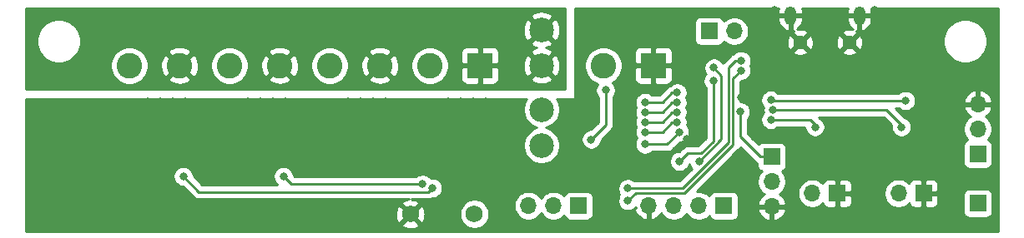
<source format=gbr>
G04 #@! TF.GenerationSoftware,KiCad,Pcbnew,(5.1.5)-3*
G04 #@! TF.CreationDate,2020-05-23T13:52:20-04:00*
G04 #@! TF.ProjectId,STM32_Klipper_Expander,53544d33-325f-44b6-9c69-707065725f45,B*
G04 #@! TF.SameCoordinates,Original*
G04 #@! TF.FileFunction,Copper,L2,Bot*
G04 #@! TF.FilePolarity,Positive*
%FSLAX46Y46*%
G04 Gerber Fmt 4.6, Leading zero omitted, Abs format (unit mm)*
G04 Created by KiCad (PCBNEW (5.1.5)-3) date 2020-05-23 13:52:20*
%MOMM*%
%LPD*%
G04 APERTURE LIST*
%ADD10C,1.750000*%
%ADD11O,1.700000X1.700000*%
%ADD12R,1.700000X1.700000*%
%ADD13R,2.600000X2.600000*%
%ADD14C,2.600000*%
%ADD15O,1.200000X1.900000*%
%ADD16C,1.450000*%
%ADD17C,2.500000*%
%ADD18C,0.800000*%
%ADD19C,0.250000*%
%ADD20C,0.254000*%
G04 APERTURE END LIST*
D10*
X139690000Y-97613000D03*
X146190000Y-97613000D03*
D11*
X176341000Y-96851000D03*
X176341000Y-94311000D03*
D12*
X176341000Y-91771000D03*
D11*
X197250000Y-86420000D03*
X197250000Y-88960000D03*
D12*
X197250000Y-91500000D03*
X197250000Y-96500000D03*
D11*
X180460000Y-95500000D03*
D12*
X183000000Y-95500000D03*
D11*
X189210000Y-95500000D03*
D12*
X191750000Y-95500000D03*
D11*
X172540000Y-79000000D03*
D12*
X170000000Y-79000000D03*
D13*
X146750000Y-82500000D03*
D14*
X141670000Y-82500000D03*
X136590000Y-82500000D03*
X131510000Y-82500000D03*
X126430000Y-82500000D03*
X121350000Y-82500000D03*
X116270000Y-82500000D03*
X111190000Y-82500000D03*
X159270000Y-82500000D03*
D13*
X164350000Y-82500000D03*
D11*
X151670000Y-96750000D03*
X154210000Y-96750000D03*
D12*
X156750000Y-96750000D03*
D11*
X163874000Y-96778000D03*
X166414000Y-96778000D03*
X168954000Y-96778000D03*
D12*
X171494000Y-96778000D03*
D15*
X178242000Y-77421500D03*
X185242000Y-77421500D03*
D16*
X179242000Y-80121500D03*
X184242000Y-80121500D03*
D17*
X153000000Y-90635000D03*
X153000000Y-86975000D03*
X153000000Y-82505000D03*
X153000000Y-78845000D03*
D18*
X133371000Y-88710000D03*
X137181000Y-87440000D03*
X135911000Y-86170000D03*
X134641000Y-88710000D03*
X113051000Y-87440000D03*
X137181000Y-86170000D03*
X135911000Y-87440000D03*
X123211000Y-87440000D03*
X124481000Y-87440000D03*
X115591000Y-86170000D03*
X115591000Y-87440000D03*
X114321000Y-88710000D03*
X114321000Y-86170000D03*
X134641000Y-86170000D03*
X124481000Y-88710000D03*
X125751000Y-87440000D03*
X113051000Y-86170000D03*
X116861000Y-87440000D03*
X123211000Y-88710000D03*
X127021000Y-86170000D03*
X114321000Y-87440000D03*
X116861000Y-86170000D03*
X125751000Y-88710000D03*
X116861000Y-88710000D03*
X127021000Y-88710000D03*
X115591000Y-88710000D03*
X123211000Y-86170000D03*
X127021000Y-87440000D03*
X124481000Y-86170000D03*
X113051000Y-88710000D03*
X125751000Y-86170000D03*
X137181000Y-88710000D03*
X133371000Y-86170000D03*
X144801000Y-87440000D03*
X143531000Y-87440000D03*
X146071000Y-88710000D03*
X143531000Y-86170000D03*
X147341000Y-88710000D03*
X144801000Y-86170000D03*
X146071000Y-87440000D03*
X147341000Y-86170000D03*
X144801000Y-88710000D03*
X146071000Y-86170000D03*
X147341000Y-87440000D03*
X143531000Y-88710000D03*
X135911000Y-88710000D03*
X133371000Y-87440000D03*
X134641000Y-87440000D03*
X186822000Y-76829000D03*
X181350200Y-77459000D03*
X178918000Y-81834000D03*
X186538000Y-79802000D03*
X176666500Y-76833500D03*
X191750000Y-77250000D03*
X173250000Y-85750000D03*
X189500000Y-82250000D03*
X167750000Y-90000000D03*
X182564000Y-84659000D03*
X106274000Y-86437000D03*
X191962000Y-88596000D03*
X170417948Y-84054701D03*
X167000000Y-92250000D03*
X170475000Y-82725000D03*
X169000000Y-92250000D03*
X159500000Y-85000000D03*
X158036563Y-90011563D03*
X161750000Y-95000000D03*
X173250000Y-81999997D03*
X161750000Y-96250000D03*
X173250000Y-83000000D03*
X163500000Y-86250000D03*
X166750000Y-85250000D03*
X163500000Y-87250000D03*
X166750000Y-86250000D03*
X140908000Y-94565000D03*
X163500000Y-88250000D03*
X166750000Y-87250000D03*
X126811000Y-93761500D03*
X163500000Y-89250000D03*
X166750000Y-88250000D03*
X141924000Y-94946000D03*
X116651000Y-93761500D03*
X167000000Y-89250000D03*
X163500000Y-90500000D03*
X106999000Y-83897000D03*
X176500000Y-87000000D03*
X189500000Y-88750000D03*
X176250000Y-88000000D03*
X180750000Y-88750000D03*
X176250000Y-86000000D03*
X189930000Y-86056000D03*
X173166000Y-87199000D03*
D19*
X167000000Y-92250000D02*
X167818205Y-91431795D01*
X167818205Y-91431795D02*
X169181795Y-91431795D01*
X169181795Y-91431795D02*
X170417948Y-90195642D01*
X170417948Y-90195642D02*
X170417948Y-84054701D01*
X170475000Y-82725000D02*
X171250000Y-83500000D01*
X171250000Y-89750000D02*
X171250000Y-83500000D01*
X171250000Y-89750000D02*
X171250000Y-90000000D01*
X171250000Y-90000000D02*
X169000000Y-92250000D01*
X159500000Y-88548126D02*
X158036563Y-90011563D01*
X159500000Y-85000000D02*
X159500000Y-88548126D01*
X171975001Y-90348001D02*
X167323002Y-95000000D01*
X171975001Y-89661409D02*
X171975001Y-90348001D01*
X167323002Y-95000000D02*
X161750000Y-95000000D01*
X171975000Y-82775000D02*
X171975000Y-89661409D01*
X171975000Y-82709312D02*
X171975000Y-82775000D01*
X172684315Y-81999997D02*
X171975000Y-82709312D01*
X173250000Y-81999997D02*
X172684315Y-81999997D01*
X167509402Y-95450010D02*
X162549990Y-95450010D01*
X172425010Y-90534402D02*
X167509402Y-95450010D01*
X173250000Y-83000000D02*
X172425010Y-83824990D01*
X162549990Y-95450010D02*
X161750000Y-96250000D01*
X172425010Y-83824990D02*
X172425010Y-90534402D01*
X165250000Y-86250000D02*
X166250000Y-85250000D01*
X163500000Y-86250000D02*
X165250000Y-86250000D01*
X166250000Y-85250000D02*
X166750000Y-85250000D01*
X165250000Y-87250000D02*
X166250000Y-86250000D01*
X163500000Y-87250000D02*
X165250000Y-87250000D01*
X166250000Y-86250000D02*
X166750000Y-86250000D01*
X166250000Y-87250000D02*
X166750000Y-87250000D01*
X165250000Y-88250000D02*
X166250000Y-87250000D01*
X163500000Y-88250000D02*
X165250000Y-88250000D01*
X140908000Y-94565000D02*
X127614500Y-94565000D01*
X127614500Y-94565000D02*
X126811000Y-93761500D01*
X163500000Y-89250000D02*
X165250000Y-89250000D01*
X165250000Y-89250000D02*
X166250000Y-88250000D01*
X166250000Y-88250000D02*
X166750000Y-88250000D01*
X141524001Y-95345999D02*
X129496999Y-95345999D01*
X141924000Y-94946000D02*
X141524001Y-95345999D01*
X129496999Y-95345999D02*
X128225589Y-95345999D01*
X128225589Y-95345999D02*
X118235499Y-95345999D01*
X118235499Y-95345999D02*
X116651000Y-93761500D01*
X167000000Y-89250000D02*
X165750000Y-90500000D01*
X165750000Y-90500000D02*
X163500000Y-90500000D01*
X176500000Y-87000000D02*
X182500000Y-87000000D01*
X182500000Y-87000000D02*
X188000000Y-87000000D01*
X188000000Y-87000000D02*
X189500000Y-88500000D01*
X189500000Y-88500000D02*
X189500000Y-88750000D01*
X176250000Y-88000000D02*
X180000000Y-88000000D01*
X180000000Y-88000000D02*
X180250000Y-88000000D01*
X180250000Y-88000000D02*
X180750000Y-88500000D01*
X180750000Y-88500000D02*
X180750000Y-88750000D01*
X176306000Y-86056000D02*
X176250000Y-86000000D01*
X189930000Y-86056000D02*
X176306000Y-86056000D01*
X173166000Y-89696000D02*
X173166000Y-87199000D01*
X173801000Y-90374000D02*
X173166000Y-89696000D01*
X175198000Y-91771000D02*
X176341000Y-91771000D01*
X173801000Y-90374000D02*
X175198000Y-91771000D01*
D20*
G36*
X155373000Y-84873000D02*
G01*
X100660000Y-84873000D01*
X100660000Y-82309419D01*
X109255000Y-82309419D01*
X109255000Y-82690581D01*
X109329361Y-83064419D01*
X109475225Y-83416566D01*
X109686987Y-83733491D01*
X109956509Y-84003013D01*
X110273434Y-84214775D01*
X110625581Y-84360639D01*
X110999419Y-84435000D01*
X111380581Y-84435000D01*
X111754419Y-84360639D01*
X112106566Y-84214775D01*
X112423491Y-84003013D01*
X112577280Y-83849224D01*
X115100381Y-83849224D01*
X115232317Y-84144312D01*
X115573045Y-84315159D01*
X115940557Y-84416250D01*
X116320729Y-84443701D01*
X116698951Y-84396457D01*
X117060690Y-84276333D01*
X117307683Y-84144312D01*
X117439619Y-83849224D01*
X116270000Y-82679605D01*
X115100381Y-83849224D01*
X112577280Y-83849224D01*
X112693013Y-83733491D01*
X112904775Y-83416566D01*
X113050639Y-83064419D01*
X113125000Y-82690581D01*
X113125000Y-82550729D01*
X114326299Y-82550729D01*
X114373543Y-82928951D01*
X114493667Y-83290690D01*
X114625688Y-83537683D01*
X114920776Y-83669619D01*
X116090395Y-82500000D01*
X116449605Y-82500000D01*
X117619224Y-83669619D01*
X117914312Y-83537683D01*
X118085159Y-83196955D01*
X118186250Y-82829443D01*
X118213701Y-82449271D01*
X118196232Y-82309419D01*
X119415000Y-82309419D01*
X119415000Y-82690581D01*
X119489361Y-83064419D01*
X119635225Y-83416566D01*
X119846987Y-83733491D01*
X120116509Y-84003013D01*
X120433434Y-84214775D01*
X120785581Y-84360639D01*
X121159419Y-84435000D01*
X121540581Y-84435000D01*
X121914419Y-84360639D01*
X122266566Y-84214775D01*
X122583491Y-84003013D01*
X122737280Y-83849224D01*
X125260381Y-83849224D01*
X125392317Y-84144312D01*
X125733045Y-84315159D01*
X126100557Y-84416250D01*
X126480729Y-84443701D01*
X126858951Y-84396457D01*
X127220690Y-84276333D01*
X127467683Y-84144312D01*
X127599619Y-83849224D01*
X126430000Y-82679605D01*
X125260381Y-83849224D01*
X122737280Y-83849224D01*
X122853013Y-83733491D01*
X123064775Y-83416566D01*
X123210639Y-83064419D01*
X123285000Y-82690581D01*
X123285000Y-82550729D01*
X124486299Y-82550729D01*
X124533543Y-82928951D01*
X124653667Y-83290690D01*
X124785688Y-83537683D01*
X125080776Y-83669619D01*
X126250395Y-82500000D01*
X126609605Y-82500000D01*
X127779224Y-83669619D01*
X128074312Y-83537683D01*
X128245159Y-83196955D01*
X128346250Y-82829443D01*
X128373701Y-82449271D01*
X128356232Y-82309419D01*
X129575000Y-82309419D01*
X129575000Y-82690581D01*
X129649361Y-83064419D01*
X129795225Y-83416566D01*
X130006987Y-83733491D01*
X130276509Y-84003013D01*
X130593434Y-84214775D01*
X130945581Y-84360639D01*
X131319419Y-84435000D01*
X131700581Y-84435000D01*
X132074419Y-84360639D01*
X132426566Y-84214775D01*
X132743491Y-84003013D01*
X132897280Y-83849224D01*
X135420381Y-83849224D01*
X135552317Y-84144312D01*
X135893045Y-84315159D01*
X136260557Y-84416250D01*
X136640729Y-84443701D01*
X137018951Y-84396457D01*
X137380690Y-84276333D01*
X137627683Y-84144312D01*
X137759619Y-83849224D01*
X136590000Y-82679605D01*
X135420381Y-83849224D01*
X132897280Y-83849224D01*
X133013013Y-83733491D01*
X133224775Y-83416566D01*
X133370639Y-83064419D01*
X133445000Y-82690581D01*
X133445000Y-82550729D01*
X134646299Y-82550729D01*
X134693543Y-82928951D01*
X134813667Y-83290690D01*
X134945688Y-83537683D01*
X135240776Y-83669619D01*
X136410395Y-82500000D01*
X136769605Y-82500000D01*
X137939224Y-83669619D01*
X138234312Y-83537683D01*
X138405159Y-83196955D01*
X138506250Y-82829443D01*
X138533701Y-82449271D01*
X138516232Y-82309419D01*
X139735000Y-82309419D01*
X139735000Y-82690581D01*
X139809361Y-83064419D01*
X139955225Y-83416566D01*
X140166987Y-83733491D01*
X140436509Y-84003013D01*
X140753434Y-84214775D01*
X141105581Y-84360639D01*
X141479419Y-84435000D01*
X141860581Y-84435000D01*
X142234419Y-84360639D01*
X142586566Y-84214775D01*
X142903491Y-84003013D01*
X143106504Y-83800000D01*
X144811928Y-83800000D01*
X144824188Y-83924482D01*
X144860498Y-84044180D01*
X144919463Y-84154494D01*
X144998815Y-84251185D01*
X145095506Y-84330537D01*
X145205820Y-84389502D01*
X145325518Y-84425812D01*
X145450000Y-84438072D01*
X146464250Y-84435000D01*
X146623000Y-84276250D01*
X146623000Y-82627000D01*
X146877000Y-82627000D01*
X146877000Y-84276250D01*
X147035750Y-84435000D01*
X148050000Y-84438072D01*
X148174482Y-84425812D01*
X148294180Y-84389502D01*
X148404494Y-84330537D01*
X148501185Y-84251185D01*
X148580537Y-84154494D01*
X148639502Y-84044180D01*
X148675812Y-83924482D01*
X148686239Y-83818605D01*
X151866000Y-83818605D01*
X151991914Y-84108577D01*
X152324126Y-84274433D01*
X152682312Y-84372290D01*
X153052706Y-84398389D01*
X153421075Y-84351725D01*
X153773262Y-84234094D01*
X154008086Y-84108577D01*
X154134000Y-83818605D01*
X153000000Y-82684605D01*
X151866000Y-83818605D01*
X148686239Y-83818605D01*
X148688072Y-83800000D01*
X148685000Y-82785750D01*
X148526250Y-82627000D01*
X146877000Y-82627000D01*
X146623000Y-82627000D01*
X144973750Y-82627000D01*
X144815000Y-82785750D01*
X144811928Y-83800000D01*
X143106504Y-83800000D01*
X143173013Y-83733491D01*
X143384775Y-83416566D01*
X143530639Y-83064419D01*
X143605000Y-82690581D01*
X143605000Y-82557706D01*
X151106611Y-82557706D01*
X151153275Y-82926075D01*
X151270906Y-83278262D01*
X151396423Y-83513086D01*
X151686395Y-83639000D01*
X152820395Y-82505000D01*
X153179605Y-82505000D01*
X154313605Y-83639000D01*
X154603577Y-83513086D01*
X154769433Y-83180874D01*
X154867290Y-82822688D01*
X154893389Y-82452294D01*
X154846725Y-82083925D01*
X154729094Y-81731738D01*
X154603577Y-81496914D01*
X154313605Y-81371000D01*
X153179605Y-82505000D01*
X152820395Y-82505000D01*
X151686395Y-81371000D01*
X151396423Y-81496914D01*
X151230567Y-81829126D01*
X151132710Y-82187312D01*
X151106611Y-82557706D01*
X143605000Y-82557706D01*
X143605000Y-82309419D01*
X143530639Y-81935581D01*
X143384775Y-81583434D01*
X143173013Y-81266509D01*
X143106504Y-81200000D01*
X144811928Y-81200000D01*
X144815000Y-82214250D01*
X144973750Y-82373000D01*
X146623000Y-82373000D01*
X146623000Y-80723750D01*
X146877000Y-80723750D01*
X146877000Y-82373000D01*
X148526250Y-82373000D01*
X148685000Y-82214250D01*
X148688072Y-81200000D01*
X148675812Y-81075518D01*
X148639502Y-80955820D01*
X148580537Y-80845506D01*
X148501185Y-80748815D01*
X148404494Y-80669463D01*
X148294180Y-80610498D01*
X148174482Y-80574188D01*
X148050000Y-80561928D01*
X147035750Y-80565000D01*
X146877000Y-80723750D01*
X146623000Y-80723750D01*
X146464250Y-80565000D01*
X145450000Y-80561928D01*
X145325518Y-80574188D01*
X145205820Y-80610498D01*
X145095506Y-80669463D01*
X144998815Y-80748815D01*
X144919463Y-80845506D01*
X144860498Y-80955820D01*
X144824188Y-81075518D01*
X144811928Y-81200000D01*
X143106504Y-81200000D01*
X142903491Y-80996987D01*
X142586566Y-80785225D01*
X142234419Y-80639361D01*
X141860581Y-80565000D01*
X141479419Y-80565000D01*
X141105581Y-80639361D01*
X140753434Y-80785225D01*
X140436509Y-80996987D01*
X140166987Y-81266509D01*
X139955225Y-81583434D01*
X139809361Y-81935581D01*
X139735000Y-82309419D01*
X138516232Y-82309419D01*
X138486457Y-82071049D01*
X138366333Y-81709310D01*
X138234312Y-81462317D01*
X137939224Y-81330381D01*
X136769605Y-82500000D01*
X136410395Y-82500000D01*
X135240776Y-81330381D01*
X134945688Y-81462317D01*
X134774841Y-81803045D01*
X134673750Y-82170557D01*
X134646299Y-82550729D01*
X133445000Y-82550729D01*
X133445000Y-82309419D01*
X133370639Y-81935581D01*
X133224775Y-81583434D01*
X133013013Y-81266509D01*
X132897280Y-81150776D01*
X135420381Y-81150776D01*
X136590000Y-82320395D01*
X137759619Y-81150776D01*
X137627683Y-80855688D01*
X137286955Y-80684841D01*
X136919443Y-80583750D01*
X136539271Y-80556299D01*
X136161049Y-80603543D01*
X135799310Y-80723667D01*
X135552317Y-80855688D01*
X135420381Y-81150776D01*
X132897280Y-81150776D01*
X132743491Y-80996987D01*
X132426566Y-80785225D01*
X132074419Y-80639361D01*
X131700581Y-80565000D01*
X131319419Y-80565000D01*
X130945581Y-80639361D01*
X130593434Y-80785225D01*
X130276509Y-80996987D01*
X130006987Y-81266509D01*
X129795225Y-81583434D01*
X129649361Y-81935581D01*
X129575000Y-82309419D01*
X128356232Y-82309419D01*
X128326457Y-82071049D01*
X128206333Y-81709310D01*
X128074312Y-81462317D01*
X127779224Y-81330381D01*
X126609605Y-82500000D01*
X126250395Y-82500000D01*
X125080776Y-81330381D01*
X124785688Y-81462317D01*
X124614841Y-81803045D01*
X124513750Y-82170557D01*
X124486299Y-82550729D01*
X123285000Y-82550729D01*
X123285000Y-82309419D01*
X123210639Y-81935581D01*
X123064775Y-81583434D01*
X122853013Y-81266509D01*
X122737280Y-81150776D01*
X125260381Y-81150776D01*
X126430000Y-82320395D01*
X127599619Y-81150776D01*
X127467683Y-80855688D01*
X127126955Y-80684841D01*
X126759443Y-80583750D01*
X126379271Y-80556299D01*
X126001049Y-80603543D01*
X125639310Y-80723667D01*
X125392317Y-80855688D01*
X125260381Y-81150776D01*
X122737280Y-81150776D01*
X122583491Y-80996987D01*
X122266566Y-80785225D01*
X121914419Y-80639361D01*
X121540581Y-80565000D01*
X121159419Y-80565000D01*
X120785581Y-80639361D01*
X120433434Y-80785225D01*
X120116509Y-80996987D01*
X119846987Y-81266509D01*
X119635225Y-81583434D01*
X119489361Y-81935581D01*
X119415000Y-82309419D01*
X118196232Y-82309419D01*
X118166457Y-82071049D01*
X118046333Y-81709310D01*
X117914312Y-81462317D01*
X117619224Y-81330381D01*
X116449605Y-82500000D01*
X116090395Y-82500000D01*
X114920776Y-81330381D01*
X114625688Y-81462317D01*
X114454841Y-81803045D01*
X114353750Y-82170557D01*
X114326299Y-82550729D01*
X113125000Y-82550729D01*
X113125000Y-82309419D01*
X113050639Y-81935581D01*
X112904775Y-81583434D01*
X112693013Y-81266509D01*
X112577280Y-81150776D01*
X115100381Y-81150776D01*
X116270000Y-82320395D01*
X117439619Y-81150776D01*
X117307683Y-80855688D01*
X116966955Y-80684841D01*
X116599443Y-80583750D01*
X116219271Y-80556299D01*
X115841049Y-80603543D01*
X115479310Y-80723667D01*
X115232317Y-80855688D01*
X115100381Y-81150776D01*
X112577280Y-81150776D01*
X112423491Y-80996987D01*
X112106566Y-80785225D01*
X111754419Y-80639361D01*
X111380581Y-80565000D01*
X110999419Y-80565000D01*
X110625581Y-80639361D01*
X110273434Y-80785225D01*
X109956509Y-80996987D01*
X109686987Y-81266509D01*
X109475225Y-81583434D01*
X109329361Y-81935581D01*
X109255000Y-82309419D01*
X100660000Y-82309419D01*
X100660000Y-79779872D01*
X101765000Y-79779872D01*
X101765000Y-80220128D01*
X101850890Y-80651925D01*
X102019369Y-81058669D01*
X102263962Y-81424729D01*
X102575271Y-81736038D01*
X102941331Y-81980631D01*
X103348075Y-82149110D01*
X103779872Y-82235000D01*
X104220128Y-82235000D01*
X104651925Y-82149110D01*
X105058669Y-81980631D01*
X105424729Y-81736038D01*
X105736038Y-81424729D01*
X105980631Y-81058669D01*
X106149110Y-80651925D01*
X106235000Y-80220128D01*
X106235000Y-80158605D01*
X151866000Y-80158605D01*
X151991914Y-80448577D01*
X152324126Y-80614433D01*
X152536485Y-80672450D01*
X152226738Y-80775906D01*
X151991914Y-80901423D01*
X151866000Y-81191395D01*
X153000000Y-82325395D01*
X154134000Y-81191395D01*
X154008086Y-80901423D01*
X153675874Y-80735567D01*
X153463515Y-80677550D01*
X153773262Y-80574094D01*
X154008086Y-80448577D01*
X154134000Y-80158605D01*
X153000000Y-79024605D01*
X151866000Y-80158605D01*
X106235000Y-80158605D01*
X106235000Y-79779872D01*
X106149110Y-79348075D01*
X105980631Y-78941331D01*
X105951482Y-78897706D01*
X151106611Y-78897706D01*
X151153275Y-79266075D01*
X151270906Y-79618262D01*
X151396423Y-79853086D01*
X151686395Y-79979000D01*
X152820395Y-78845000D01*
X153179605Y-78845000D01*
X154313605Y-79979000D01*
X154603577Y-79853086D01*
X154769433Y-79520874D01*
X154867290Y-79162688D01*
X154893389Y-78792294D01*
X154846725Y-78423925D01*
X154729094Y-78071738D01*
X154603577Y-77836914D01*
X154313605Y-77711000D01*
X153179605Y-78845000D01*
X152820395Y-78845000D01*
X151686395Y-77711000D01*
X151396423Y-77836914D01*
X151230567Y-78169126D01*
X151132710Y-78527312D01*
X151106611Y-78897706D01*
X105951482Y-78897706D01*
X105736038Y-78575271D01*
X105424729Y-78263962D01*
X105058669Y-78019369D01*
X104651925Y-77850890D01*
X104220128Y-77765000D01*
X103779872Y-77765000D01*
X103348075Y-77850890D01*
X102941331Y-78019369D01*
X102575271Y-78263962D01*
X102263962Y-78575271D01*
X102019369Y-78941331D01*
X101850890Y-79348075D01*
X101765000Y-79779872D01*
X100660000Y-79779872D01*
X100660000Y-77531395D01*
X151866000Y-77531395D01*
X153000000Y-78665395D01*
X154134000Y-77531395D01*
X154008086Y-77241423D01*
X153675874Y-77075567D01*
X153317688Y-76977710D01*
X152947294Y-76951611D01*
X152578925Y-76998275D01*
X152226738Y-77115906D01*
X151991914Y-77241423D01*
X151866000Y-77531395D01*
X100660000Y-77531395D01*
X100660000Y-76660000D01*
X155373000Y-76660000D01*
X155373000Y-84873000D01*
G37*
X155373000Y-84873000D02*
X100660000Y-84873000D01*
X100660000Y-82309419D01*
X109255000Y-82309419D01*
X109255000Y-82690581D01*
X109329361Y-83064419D01*
X109475225Y-83416566D01*
X109686987Y-83733491D01*
X109956509Y-84003013D01*
X110273434Y-84214775D01*
X110625581Y-84360639D01*
X110999419Y-84435000D01*
X111380581Y-84435000D01*
X111754419Y-84360639D01*
X112106566Y-84214775D01*
X112423491Y-84003013D01*
X112577280Y-83849224D01*
X115100381Y-83849224D01*
X115232317Y-84144312D01*
X115573045Y-84315159D01*
X115940557Y-84416250D01*
X116320729Y-84443701D01*
X116698951Y-84396457D01*
X117060690Y-84276333D01*
X117307683Y-84144312D01*
X117439619Y-83849224D01*
X116270000Y-82679605D01*
X115100381Y-83849224D01*
X112577280Y-83849224D01*
X112693013Y-83733491D01*
X112904775Y-83416566D01*
X113050639Y-83064419D01*
X113125000Y-82690581D01*
X113125000Y-82550729D01*
X114326299Y-82550729D01*
X114373543Y-82928951D01*
X114493667Y-83290690D01*
X114625688Y-83537683D01*
X114920776Y-83669619D01*
X116090395Y-82500000D01*
X116449605Y-82500000D01*
X117619224Y-83669619D01*
X117914312Y-83537683D01*
X118085159Y-83196955D01*
X118186250Y-82829443D01*
X118213701Y-82449271D01*
X118196232Y-82309419D01*
X119415000Y-82309419D01*
X119415000Y-82690581D01*
X119489361Y-83064419D01*
X119635225Y-83416566D01*
X119846987Y-83733491D01*
X120116509Y-84003013D01*
X120433434Y-84214775D01*
X120785581Y-84360639D01*
X121159419Y-84435000D01*
X121540581Y-84435000D01*
X121914419Y-84360639D01*
X122266566Y-84214775D01*
X122583491Y-84003013D01*
X122737280Y-83849224D01*
X125260381Y-83849224D01*
X125392317Y-84144312D01*
X125733045Y-84315159D01*
X126100557Y-84416250D01*
X126480729Y-84443701D01*
X126858951Y-84396457D01*
X127220690Y-84276333D01*
X127467683Y-84144312D01*
X127599619Y-83849224D01*
X126430000Y-82679605D01*
X125260381Y-83849224D01*
X122737280Y-83849224D01*
X122853013Y-83733491D01*
X123064775Y-83416566D01*
X123210639Y-83064419D01*
X123285000Y-82690581D01*
X123285000Y-82550729D01*
X124486299Y-82550729D01*
X124533543Y-82928951D01*
X124653667Y-83290690D01*
X124785688Y-83537683D01*
X125080776Y-83669619D01*
X126250395Y-82500000D01*
X126609605Y-82500000D01*
X127779224Y-83669619D01*
X128074312Y-83537683D01*
X128245159Y-83196955D01*
X128346250Y-82829443D01*
X128373701Y-82449271D01*
X128356232Y-82309419D01*
X129575000Y-82309419D01*
X129575000Y-82690581D01*
X129649361Y-83064419D01*
X129795225Y-83416566D01*
X130006987Y-83733491D01*
X130276509Y-84003013D01*
X130593434Y-84214775D01*
X130945581Y-84360639D01*
X131319419Y-84435000D01*
X131700581Y-84435000D01*
X132074419Y-84360639D01*
X132426566Y-84214775D01*
X132743491Y-84003013D01*
X132897280Y-83849224D01*
X135420381Y-83849224D01*
X135552317Y-84144312D01*
X135893045Y-84315159D01*
X136260557Y-84416250D01*
X136640729Y-84443701D01*
X137018951Y-84396457D01*
X137380690Y-84276333D01*
X137627683Y-84144312D01*
X137759619Y-83849224D01*
X136590000Y-82679605D01*
X135420381Y-83849224D01*
X132897280Y-83849224D01*
X133013013Y-83733491D01*
X133224775Y-83416566D01*
X133370639Y-83064419D01*
X133445000Y-82690581D01*
X133445000Y-82550729D01*
X134646299Y-82550729D01*
X134693543Y-82928951D01*
X134813667Y-83290690D01*
X134945688Y-83537683D01*
X135240776Y-83669619D01*
X136410395Y-82500000D01*
X136769605Y-82500000D01*
X137939224Y-83669619D01*
X138234312Y-83537683D01*
X138405159Y-83196955D01*
X138506250Y-82829443D01*
X138533701Y-82449271D01*
X138516232Y-82309419D01*
X139735000Y-82309419D01*
X139735000Y-82690581D01*
X139809361Y-83064419D01*
X139955225Y-83416566D01*
X140166987Y-83733491D01*
X140436509Y-84003013D01*
X140753434Y-84214775D01*
X141105581Y-84360639D01*
X141479419Y-84435000D01*
X141860581Y-84435000D01*
X142234419Y-84360639D01*
X142586566Y-84214775D01*
X142903491Y-84003013D01*
X143106504Y-83800000D01*
X144811928Y-83800000D01*
X144824188Y-83924482D01*
X144860498Y-84044180D01*
X144919463Y-84154494D01*
X144998815Y-84251185D01*
X145095506Y-84330537D01*
X145205820Y-84389502D01*
X145325518Y-84425812D01*
X145450000Y-84438072D01*
X146464250Y-84435000D01*
X146623000Y-84276250D01*
X146623000Y-82627000D01*
X146877000Y-82627000D01*
X146877000Y-84276250D01*
X147035750Y-84435000D01*
X148050000Y-84438072D01*
X148174482Y-84425812D01*
X148294180Y-84389502D01*
X148404494Y-84330537D01*
X148501185Y-84251185D01*
X148580537Y-84154494D01*
X148639502Y-84044180D01*
X148675812Y-83924482D01*
X148686239Y-83818605D01*
X151866000Y-83818605D01*
X151991914Y-84108577D01*
X152324126Y-84274433D01*
X152682312Y-84372290D01*
X153052706Y-84398389D01*
X153421075Y-84351725D01*
X153773262Y-84234094D01*
X154008086Y-84108577D01*
X154134000Y-83818605D01*
X153000000Y-82684605D01*
X151866000Y-83818605D01*
X148686239Y-83818605D01*
X148688072Y-83800000D01*
X148685000Y-82785750D01*
X148526250Y-82627000D01*
X146877000Y-82627000D01*
X146623000Y-82627000D01*
X144973750Y-82627000D01*
X144815000Y-82785750D01*
X144811928Y-83800000D01*
X143106504Y-83800000D01*
X143173013Y-83733491D01*
X143384775Y-83416566D01*
X143530639Y-83064419D01*
X143605000Y-82690581D01*
X143605000Y-82557706D01*
X151106611Y-82557706D01*
X151153275Y-82926075D01*
X151270906Y-83278262D01*
X151396423Y-83513086D01*
X151686395Y-83639000D01*
X152820395Y-82505000D01*
X153179605Y-82505000D01*
X154313605Y-83639000D01*
X154603577Y-83513086D01*
X154769433Y-83180874D01*
X154867290Y-82822688D01*
X154893389Y-82452294D01*
X154846725Y-82083925D01*
X154729094Y-81731738D01*
X154603577Y-81496914D01*
X154313605Y-81371000D01*
X153179605Y-82505000D01*
X152820395Y-82505000D01*
X151686395Y-81371000D01*
X151396423Y-81496914D01*
X151230567Y-81829126D01*
X151132710Y-82187312D01*
X151106611Y-82557706D01*
X143605000Y-82557706D01*
X143605000Y-82309419D01*
X143530639Y-81935581D01*
X143384775Y-81583434D01*
X143173013Y-81266509D01*
X143106504Y-81200000D01*
X144811928Y-81200000D01*
X144815000Y-82214250D01*
X144973750Y-82373000D01*
X146623000Y-82373000D01*
X146623000Y-80723750D01*
X146877000Y-80723750D01*
X146877000Y-82373000D01*
X148526250Y-82373000D01*
X148685000Y-82214250D01*
X148688072Y-81200000D01*
X148675812Y-81075518D01*
X148639502Y-80955820D01*
X148580537Y-80845506D01*
X148501185Y-80748815D01*
X148404494Y-80669463D01*
X148294180Y-80610498D01*
X148174482Y-80574188D01*
X148050000Y-80561928D01*
X147035750Y-80565000D01*
X146877000Y-80723750D01*
X146623000Y-80723750D01*
X146464250Y-80565000D01*
X145450000Y-80561928D01*
X145325518Y-80574188D01*
X145205820Y-80610498D01*
X145095506Y-80669463D01*
X144998815Y-80748815D01*
X144919463Y-80845506D01*
X144860498Y-80955820D01*
X144824188Y-81075518D01*
X144811928Y-81200000D01*
X143106504Y-81200000D01*
X142903491Y-80996987D01*
X142586566Y-80785225D01*
X142234419Y-80639361D01*
X141860581Y-80565000D01*
X141479419Y-80565000D01*
X141105581Y-80639361D01*
X140753434Y-80785225D01*
X140436509Y-80996987D01*
X140166987Y-81266509D01*
X139955225Y-81583434D01*
X139809361Y-81935581D01*
X139735000Y-82309419D01*
X138516232Y-82309419D01*
X138486457Y-82071049D01*
X138366333Y-81709310D01*
X138234312Y-81462317D01*
X137939224Y-81330381D01*
X136769605Y-82500000D01*
X136410395Y-82500000D01*
X135240776Y-81330381D01*
X134945688Y-81462317D01*
X134774841Y-81803045D01*
X134673750Y-82170557D01*
X134646299Y-82550729D01*
X133445000Y-82550729D01*
X133445000Y-82309419D01*
X133370639Y-81935581D01*
X133224775Y-81583434D01*
X133013013Y-81266509D01*
X132897280Y-81150776D01*
X135420381Y-81150776D01*
X136590000Y-82320395D01*
X137759619Y-81150776D01*
X137627683Y-80855688D01*
X137286955Y-80684841D01*
X136919443Y-80583750D01*
X136539271Y-80556299D01*
X136161049Y-80603543D01*
X135799310Y-80723667D01*
X135552317Y-80855688D01*
X135420381Y-81150776D01*
X132897280Y-81150776D01*
X132743491Y-80996987D01*
X132426566Y-80785225D01*
X132074419Y-80639361D01*
X131700581Y-80565000D01*
X131319419Y-80565000D01*
X130945581Y-80639361D01*
X130593434Y-80785225D01*
X130276509Y-80996987D01*
X130006987Y-81266509D01*
X129795225Y-81583434D01*
X129649361Y-81935581D01*
X129575000Y-82309419D01*
X128356232Y-82309419D01*
X128326457Y-82071049D01*
X128206333Y-81709310D01*
X128074312Y-81462317D01*
X127779224Y-81330381D01*
X126609605Y-82500000D01*
X126250395Y-82500000D01*
X125080776Y-81330381D01*
X124785688Y-81462317D01*
X124614841Y-81803045D01*
X124513750Y-82170557D01*
X124486299Y-82550729D01*
X123285000Y-82550729D01*
X123285000Y-82309419D01*
X123210639Y-81935581D01*
X123064775Y-81583434D01*
X122853013Y-81266509D01*
X122737280Y-81150776D01*
X125260381Y-81150776D01*
X126430000Y-82320395D01*
X127599619Y-81150776D01*
X127467683Y-80855688D01*
X127126955Y-80684841D01*
X126759443Y-80583750D01*
X126379271Y-80556299D01*
X126001049Y-80603543D01*
X125639310Y-80723667D01*
X125392317Y-80855688D01*
X125260381Y-81150776D01*
X122737280Y-81150776D01*
X122583491Y-80996987D01*
X122266566Y-80785225D01*
X121914419Y-80639361D01*
X121540581Y-80565000D01*
X121159419Y-80565000D01*
X120785581Y-80639361D01*
X120433434Y-80785225D01*
X120116509Y-80996987D01*
X119846987Y-81266509D01*
X119635225Y-81583434D01*
X119489361Y-81935581D01*
X119415000Y-82309419D01*
X118196232Y-82309419D01*
X118166457Y-82071049D01*
X118046333Y-81709310D01*
X117914312Y-81462317D01*
X117619224Y-81330381D01*
X116449605Y-82500000D01*
X116090395Y-82500000D01*
X114920776Y-81330381D01*
X114625688Y-81462317D01*
X114454841Y-81803045D01*
X114353750Y-82170557D01*
X114326299Y-82550729D01*
X113125000Y-82550729D01*
X113125000Y-82309419D01*
X113050639Y-81935581D01*
X112904775Y-81583434D01*
X112693013Y-81266509D01*
X112577280Y-81150776D01*
X115100381Y-81150776D01*
X116270000Y-82320395D01*
X117439619Y-81150776D01*
X117307683Y-80855688D01*
X116966955Y-80684841D01*
X116599443Y-80583750D01*
X116219271Y-80556299D01*
X115841049Y-80603543D01*
X115479310Y-80723667D01*
X115232317Y-80855688D01*
X115100381Y-81150776D01*
X112577280Y-81150776D01*
X112423491Y-80996987D01*
X112106566Y-80785225D01*
X111754419Y-80639361D01*
X111380581Y-80565000D01*
X110999419Y-80565000D01*
X110625581Y-80639361D01*
X110273434Y-80785225D01*
X109956509Y-80996987D01*
X109686987Y-81266509D01*
X109475225Y-81583434D01*
X109329361Y-81935581D01*
X109255000Y-82309419D01*
X100660000Y-82309419D01*
X100660000Y-79779872D01*
X101765000Y-79779872D01*
X101765000Y-80220128D01*
X101850890Y-80651925D01*
X102019369Y-81058669D01*
X102263962Y-81424729D01*
X102575271Y-81736038D01*
X102941331Y-81980631D01*
X103348075Y-82149110D01*
X103779872Y-82235000D01*
X104220128Y-82235000D01*
X104651925Y-82149110D01*
X105058669Y-81980631D01*
X105424729Y-81736038D01*
X105736038Y-81424729D01*
X105980631Y-81058669D01*
X106149110Y-80651925D01*
X106235000Y-80220128D01*
X106235000Y-80158605D01*
X151866000Y-80158605D01*
X151991914Y-80448577D01*
X152324126Y-80614433D01*
X152536485Y-80672450D01*
X152226738Y-80775906D01*
X151991914Y-80901423D01*
X151866000Y-81191395D01*
X153000000Y-82325395D01*
X154134000Y-81191395D01*
X154008086Y-80901423D01*
X153675874Y-80735567D01*
X153463515Y-80677550D01*
X153773262Y-80574094D01*
X154008086Y-80448577D01*
X154134000Y-80158605D01*
X153000000Y-79024605D01*
X151866000Y-80158605D01*
X106235000Y-80158605D01*
X106235000Y-79779872D01*
X106149110Y-79348075D01*
X105980631Y-78941331D01*
X105951482Y-78897706D01*
X151106611Y-78897706D01*
X151153275Y-79266075D01*
X151270906Y-79618262D01*
X151396423Y-79853086D01*
X151686395Y-79979000D01*
X152820395Y-78845000D01*
X153179605Y-78845000D01*
X154313605Y-79979000D01*
X154603577Y-79853086D01*
X154769433Y-79520874D01*
X154867290Y-79162688D01*
X154893389Y-78792294D01*
X154846725Y-78423925D01*
X154729094Y-78071738D01*
X154603577Y-77836914D01*
X154313605Y-77711000D01*
X153179605Y-78845000D01*
X152820395Y-78845000D01*
X151686395Y-77711000D01*
X151396423Y-77836914D01*
X151230567Y-78169126D01*
X151132710Y-78527312D01*
X151106611Y-78897706D01*
X105951482Y-78897706D01*
X105736038Y-78575271D01*
X105424729Y-78263962D01*
X105058669Y-78019369D01*
X104651925Y-77850890D01*
X104220128Y-77765000D01*
X103779872Y-77765000D01*
X103348075Y-77850890D01*
X102941331Y-78019369D01*
X102575271Y-78263962D01*
X102263962Y-78575271D01*
X102019369Y-78941331D01*
X101850890Y-79348075D01*
X101765000Y-79779872D01*
X100660000Y-79779872D01*
X100660000Y-77531395D01*
X151866000Y-77531395D01*
X153000000Y-78665395D01*
X154134000Y-77531395D01*
X154008086Y-77241423D01*
X153675874Y-77075567D01*
X153317688Y-76977710D01*
X152947294Y-76951611D01*
X152578925Y-76998275D01*
X152226738Y-77115906D01*
X151991914Y-77241423D01*
X151866000Y-77531395D01*
X100660000Y-77531395D01*
X100660000Y-76660000D01*
X155373000Y-76660000D01*
X155373000Y-84873000D01*
G36*
X177055507Y-76706004D02*
G01*
X177007000Y-76944500D01*
X177007000Y-77294500D01*
X178115000Y-77294500D01*
X178115000Y-77274500D01*
X178369000Y-77274500D01*
X178369000Y-77294500D01*
X179477000Y-77294500D01*
X179477000Y-76944500D01*
X179428493Y-76706004D01*
X179409205Y-76660000D01*
X184074795Y-76660000D01*
X184055507Y-76706004D01*
X184007000Y-76944500D01*
X184007000Y-77294500D01*
X185115000Y-77294500D01*
X185115000Y-77274500D01*
X185369000Y-77274500D01*
X185369000Y-77294500D01*
X186477000Y-77294500D01*
X186477000Y-76944500D01*
X186428493Y-76706004D01*
X186409205Y-76660000D01*
X199340001Y-76660000D01*
X199340000Y-99340000D01*
X100660000Y-99340000D01*
X100660000Y-98659240D01*
X138823365Y-98659240D01*
X138904025Y-98910868D01*
X139172329Y-99039267D01*
X139460526Y-99112855D01*
X139757543Y-99128804D01*
X140051963Y-99086501D01*
X140332474Y-98987572D01*
X140475975Y-98910868D01*
X140556635Y-98659240D01*
X139690000Y-97792605D01*
X138823365Y-98659240D01*
X100660000Y-98659240D01*
X100660000Y-97680543D01*
X138174196Y-97680543D01*
X138216499Y-97974963D01*
X138315428Y-98255474D01*
X138392132Y-98398975D01*
X138643760Y-98479635D01*
X139510395Y-97613000D01*
X139869605Y-97613000D01*
X140736240Y-98479635D01*
X140987868Y-98398975D01*
X141116267Y-98130671D01*
X141189855Y-97842474D01*
X141205804Y-97545457D01*
X141194140Y-97464278D01*
X144680000Y-97464278D01*
X144680000Y-97761722D01*
X144738029Y-98053451D01*
X144851856Y-98328253D01*
X145017107Y-98575569D01*
X145227431Y-98785893D01*
X145474747Y-98951144D01*
X145749549Y-99064971D01*
X146041278Y-99123000D01*
X146338722Y-99123000D01*
X146630451Y-99064971D01*
X146905253Y-98951144D01*
X147152569Y-98785893D01*
X147362893Y-98575569D01*
X147528144Y-98328253D01*
X147641971Y-98053451D01*
X147700000Y-97761722D01*
X147700000Y-97464278D01*
X147641971Y-97172549D01*
X147528144Y-96897747D01*
X147362893Y-96650431D01*
X147316202Y-96603740D01*
X150185000Y-96603740D01*
X150185000Y-96896260D01*
X150242068Y-97183158D01*
X150354010Y-97453411D01*
X150516525Y-97696632D01*
X150723368Y-97903475D01*
X150966589Y-98065990D01*
X151236842Y-98177932D01*
X151523740Y-98235000D01*
X151816260Y-98235000D01*
X152103158Y-98177932D01*
X152373411Y-98065990D01*
X152616632Y-97903475D01*
X152823475Y-97696632D01*
X152940000Y-97522240D01*
X153056525Y-97696632D01*
X153263368Y-97903475D01*
X153506589Y-98065990D01*
X153776842Y-98177932D01*
X154063740Y-98235000D01*
X154356260Y-98235000D01*
X154643158Y-98177932D01*
X154913411Y-98065990D01*
X155156632Y-97903475D01*
X155288487Y-97771620D01*
X155310498Y-97844180D01*
X155369463Y-97954494D01*
X155448815Y-98051185D01*
X155545506Y-98130537D01*
X155655820Y-98189502D01*
X155775518Y-98225812D01*
X155900000Y-98238072D01*
X157600000Y-98238072D01*
X157724482Y-98225812D01*
X157844180Y-98189502D01*
X157954494Y-98130537D01*
X158051185Y-98051185D01*
X158130537Y-97954494D01*
X158189502Y-97844180D01*
X158225812Y-97724482D01*
X158238072Y-97600000D01*
X158238072Y-95900000D01*
X158225812Y-95775518D01*
X158189502Y-95655820D01*
X158130537Y-95545506D01*
X158051185Y-95448815D01*
X157954494Y-95369463D01*
X157844180Y-95310498D01*
X157724482Y-95274188D01*
X157600000Y-95261928D01*
X155900000Y-95261928D01*
X155775518Y-95274188D01*
X155655820Y-95310498D01*
X155545506Y-95369463D01*
X155448815Y-95448815D01*
X155369463Y-95545506D01*
X155310498Y-95655820D01*
X155288487Y-95728380D01*
X155156632Y-95596525D01*
X154913411Y-95434010D01*
X154643158Y-95322068D01*
X154356260Y-95265000D01*
X154063740Y-95265000D01*
X153776842Y-95322068D01*
X153506589Y-95434010D01*
X153263368Y-95596525D01*
X153056525Y-95803368D01*
X152940000Y-95977760D01*
X152823475Y-95803368D01*
X152616632Y-95596525D01*
X152373411Y-95434010D01*
X152103158Y-95322068D01*
X151816260Y-95265000D01*
X151523740Y-95265000D01*
X151236842Y-95322068D01*
X150966589Y-95434010D01*
X150723368Y-95596525D01*
X150516525Y-95803368D01*
X150354010Y-96046589D01*
X150242068Y-96316842D01*
X150185000Y-96603740D01*
X147316202Y-96603740D01*
X147152569Y-96440107D01*
X146905253Y-96274856D01*
X146630451Y-96161029D01*
X146338722Y-96103000D01*
X146041278Y-96103000D01*
X145749549Y-96161029D01*
X145474747Y-96274856D01*
X145227431Y-96440107D01*
X145017107Y-96650431D01*
X144851856Y-96897747D01*
X144738029Y-97172549D01*
X144680000Y-97464278D01*
X141194140Y-97464278D01*
X141163501Y-97251037D01*
X141064572Y-96970526D01*
X140987868Y-96827025D01*
X140736240Y-96746365D01*
X139869605Y-97613000D01*
X139510395Y-97613000D01*
X138643760Y-96746365D01*
X138392132Y-96827025D01*
X138263733Y-97095329D01*
X138190145Y-97383526D01*
X138174196Y-97680543D01*
X100660000Y-97680543D01*
X100660000Y-93659561D01*
X115616000Y-93659561D01*
X115616000Y-93863439D01*
X115655774Y-94063398D01*
X115733795Y-94251756D01*
X115847063Y-94421274D01*
X115991226Y-94565437D01*
X116160744Y-94678705D01*
X116349102Y-94756726D01*
X116549061Y-94796500D01*
X116611199Y-94796500D01*
X117671700Y-95857002D01*
X117695498Y-95886000D01*
X117724496Y-95909798D01*
X117811222Y-95980973D01*
X117912299Y-96035000D01*
X117943252Y-96051545D01*
X118086513Y-96095002D01*
X118198166Y-96105999D01*
X118198176Y-96105999D01*
X118235499Y-96109675D01*
X118272822Y-96105999D01*
X139561190Y-96105999D01*
X139328037Y-96139499D01*
X139047526Y-96238428D01*
X138904025Y-96315132D01*
X138823365Y-96566760D01*
X139690000Y-97433395D01*
X140556635Y-96566760D01*
X140475975Y-96315132D01*
X140207671Y-96186733D01*
X139919474Y-96113145D01*
X139786395Y-96105999D01*
X141486679Y-96105999D01*
X141524001Y-96109675D01*
X141561323Y-96105999D01*
X141561334Y-96105999D01*
X141672987Y-96095002D01*
X141816248Y-96051545D01*
X141948226Y-95981000D01*
X142025939Y-95981000D01*
X142225898Y-95941226D01*
X142414256Y-95863205D01*
X142583774Y-95749937D01*
X142727937Y-95605774D01*
X142841205Y-95436256D01*
X142919226Y-95247898D01*
X142959000Y-95047939D01*
X142959000Y-94898061D01*
X160715000Y-94898061D01*
X160715000Y-95101939D01*
X160754774Y-95301898D01*
X160832795Y-95490256D01*
X160922828Y-95625000D01*
X160832795Y-95759744D01*
X160754774Y-95948102D01*
X160715000Y-96148061D01*
X160715000Y-96351939D01*
X160754774Y-96551898D01*
X160832795Y-96740256D01*
X160946063Y-96909774D01*
X161090226Y-97053937D01*
X161259744Y-97167205D01*
X161448102Y-97245226D01*
X161648061Y-97285000D01*
X161851939Y-97285000D01*
X162051898Y-97245226D01*
X162240256Y-97167205D01*
X162409774Y-97053937D01*
X162547082Y-96916629D01*
X162432519Y-97134891D01*
X162529843Y-97409252D01*
X162678822Y-97659355D01*
X162873731Y-97875588D01*
X163107080Y-98049641D01*
X163369901Y-98174825D01*
X163517110Y-98219476D01*
X163747000Y-98098155D01*
X163747000Y-96905000D01*
X163727000Y-96905000D01*
X163727000Y-96651000D01*
X163747000Y-96651000D01*
X163747000Y-96631000D01*
X164001000Y-96631000D01*
X164001000Y-96651000D01*
X164021000Y-96651000D01*
X164021000Y-96905000D01*
X164001000Y-96905000D01*
X164001000Y-98098155D01*
X164230890Y-98219476D01*
X164378099Y-98174825D01*
X164640920Y-98049641D01*
X164874269Y-97875588D01*
X165069178Y-97659355D01*
X165138805Y-97542466D01*
X165260525Y-97724632D01*
X165467368Y-97931475D01*
X165710589Y-98093990D01*
X165980842Y-98205932D01*
X166267740Y-98263000D01*
X166560260Y-98263000D01*
X166847158Y-98205932D01*
X167117411Y-98093990D01*
X167360632Y-97931475D01*
X167567475Y-97724632D01*
X167684000Y-97550240D01*
X167800525Y-97724632D01*
X168007368Y-97931475D01*
X168250589Y-98093990D01*
X168520842Y-98205932D01*
X168807740Y-98263000D01*
X169100260Y-98263000D01*
X169387158Y-98205932D01*
X169657411Y-98093990D01*
X169900632Y-97931475D01*
X170032487Y-97799620D01*
X170054498Y-97872180D01*
X170113463Y-97982494D01*
X170192815Y-98079185D01*
X170289506Y-98158537D01*
X170399820Y-98217502D01*
X170519518Y-98253812D01*
X170644000Y-98266072D01*
X172344000Y-98266072D01*
X172468482Y-98253812D01*
X172588180Y-98217502D01*
X172698494Y-98158537D01*
X172795185Y-98079185D01*
X172874537Y-97982494D01*
X172933502Y-97872180D01*
X172969812Y-97752482D01*
X172982072Y-97628000D01*
X172982072Y-97207890D01*
X174899524Y-97207890D01*
X174944175Y-97355099D01*
X175069359Y-97617920D01*
X175243412Y-97851269D01*
X175459645Y-98046178D01*
X175709748Y-98195157D01*
X175984109Y-98292481D01*
X176214000Y-98171814D01*
X176214000Y-96978000D01*
X176468000Y-96978000D01*
X176468000Y-98171814D01*
X176697891Y-98292481D01*
X176972252Y-98195157D01*
X177222355Y-98046178D01*
X177438588Y-97851269D01*
X177612641Y-97617920D01*
X177737825Y-97355099D01*
X177782476Y-97207890D01*
X177661155Y-96978000D01*
X176468000Y-96978000D01*
X176214000Y-96978000D01*
X175020845Y-96978000D01*
X174899524Y-97207890D01*
X172982072Y-97207890D01*
X172982072Y-95928000D01*
X172969812Y-95803518D01*
X172933502Y-95683820D01*
X172874537Y-95573506D01*
X172795185Y-95476815D01*
X172698494Y-95397463D01*
X172588180Y-95338498D01*
X172468482Y-95302188D01*
X172344000Y-95289928D01*
X170644000Y-95289928D01*
X170519518Y-95302188D01*
X170399820Y-95338498D01*
X170289506Y-95397463D01*
X170192815Y-95476815D01*
X170113463Y-95573506D01*
X170054498Y-95683820D01*
X170032487Y-95756380D01*
X169900632Y-95624525D01*
X169657411Y-95462010D01*
X169387158Y-95350068D01*
X169100260Y-95293000D01*
X168807740Y-95293000D01*
X168724694Y-95309519D01*
X172936013Y-91098201D01*
X172965011Y-91074403D01*
X173059984Y-90958678D01*
X173130556Y-90826649D01*
X173143549Y-90783817D01*
X173229308Y-90875384D01*
X173237201Y-90885002D01*
X173254775Y-90902576D01*
X173271816Y-90920771D01*
X173281197Y-90928998D01*
X174634201Y-92282003D01*
X174657999Y-92311001D01*
X174773724Y-92405974D01*
X174852928Y-92448310D01*
X174852928Y-92621000D01*
X174865188Y-92745482D01*
X174901498Y-92865180D01*
X174960463Y-92975494D01*
X175039815Y-93072185D01*
X175136506Y-93151537D01*
X175246820Y-93210502D01*
X175319380Y-93232513D01*
X175187525Y-93364368D01*
X175025010Y-93607589D01*
X174913068Y-93877842D01*
X174856000Y-94164740D01*
X174856000Y-94457260D01*
X174913068Y-94744158D01*
X175025010Y-95014411D01*
X175187525Y-95257632D01*
X175394368Y-95464475D01*
X175576534Y-95586195D01*
X175459645Y-95655822D01*
X175243412Y-95850731D01*
X175069359Y-96084080D01*
X174944175Y-96346901D01*
X174899524Y-96494110D01*
X175020845Y-96724000D01*
X176214000Y-96724000D01*
X176214000Y-96704000D01*
X176468000Y-96704000D01*
X176468000Y-96724000D01*
X177661155Y-96724000D01*
X177782476Y-96494110D01*
X177737825Y-96346901D01*
X177612641Y-96084080D01*
X177438588Y-95850731D01*
X177222355Y-95655822D01*
X177105466Y-95586195D01*
X177287632Y-95464475D01*
X177398367Y-95353740D01*
X178975000Y-95353740D01*
X178975000Y-95646260D01*
X179032068Y-95933158D01*
X179144010Y-96203411D01*
X179306525Y-96446632D01*
X179513368Y-96653475D01*
X179756589Y-96815990D01*
X180026842Y-96927932D01*
X180313740Y-96985000D01*
X180606260Y-96985000D01*
X180893158Y-96927932D01*
X181163411Y-96815990D01*
X181406632Y-96653475D01*
X181538487Y-96521620D01*
X181560498Y-96594180D01*
X181619463Y-96704494D01*
X181698815Y-96801185D01*
X181795506Y-96880537D01*
X181905820Y-96939502D01*
X182025518Y-96975812D01*
X182150000Y-96988072D01*
X182714250Y-96985000D01*
X182873000Y-96826250D01*
X182873000Y-95627000D01*
X183127000Y-95627000D01*
X183127000Y-96826250D01*
X183285750Y-96985000D01*
X183850000Y-96988072D01*
X183974482Y-96975812D01*
X184094180Y-96939502D01*
X184204494Y-96880537D01*
X184301185Y-96801185D01*
X184380537Y-96704494D01*
X184439502Y-96594180D01*
X184475812Y-96474482D01*
X184488072Y-96350000D01*
X184485000Y-95785750D01*
X184326250Y-95627000D01*
X183127000Y-95627000D01*
X182873000Y-95627000D01*
X182853000Y-95627000D01*
X182853000Y-95373000D01*
X182873000Y-95373000D01*
X182873000Y-94173750D01*
X183127000Y-94173750D01*
X183127000Y-95373000D01*
X184326250Y-95373000D01*
X184345510Y-95353740D01*
X187725000Y-95353740D01*
X187725000Y-95646260D01*
X187782068Y-95933158D01*
X187894010Y-96203411D01*
X188056525Y-96446632D01*
X188263368Y-96653475D01*
X188506589Y-96815990D01*
X188776842Y-96927932D01*
X189063740Y-96985000D01*
X189356260Y-96985000D01*
X189643158Y-96927932D01*
X189913411Y-96815990D01*
X190156632Y-96653475D01*
X190288487Y-96521620D01*
X190310498Y-96594180D01*
X190369463Y-96704494D01*
X190448815Y-96801185D01*
X190545506Y-96880537D01*
X190655820Y-96939502D01*
X190775518Y-96975812D01*
X190900000Y-96988072D01*
X191464250Y-96985000D01*
X191623000Y-96826250D01*
X191623000Y-95627000D01*
X191877000Y-95627000D01*
X191877000Y-96826250D01*
X192035750Y-96985000D01*
X192600000Y-96988072D01*
X192724482Y-96975812D01*
X192844180Y-96939502D01*
X192954494Y-96880537D01*
X193051185Y-96801185D01*
X193130537Y-96704494D01*
X193189502Y-96594180D01*
X193225812Y-96474482D01*
X193238072Y-96350000D01*
X193235000Y-95785750D01*
X193099250Y-95650000D01*
X195761928Y-95650000D01*
X195761928Y-97350000D01*
X195774188Y-97474482D01*
X195810498Y-97594180D01*
X195869463Y-97704494D01*
X195948815Y-97801185D01*
X196045506Y-97880537D01*
X196155820Y-97939502D01*
X196275518Y-97975812D01*
X196400000Y-97988072D01*
X198100000Y-97988072D01*
X198224482Y-97975812D01*
X198344180Y-97939502D01*
X198454494Y-97880537D01*
X198551185Y-97801185D01*
X198630537Y-97704494D01*
X198689502Y-97594180D01*
X198725812Y-97474482D01*
X198738072Y-97350000D01*
X198738072Y-95650000D01*
X198725812Y-95525518D01*
X198689502Y-95405820D01*
X198630537Y-95295506D01*
X198551185Y-95198815D01*
X198454494Y-95119463D01*
X198344180Y-95060498D01*
X198224482Y-95024188D01*
X198100000Y-95011928D01*
X196400000Y-95011928D01*
X196275518Y-95024188D01*
X196155820Y-95060498D01*
X196045506Y-95119463D01*
X195948815Y-95198815D01*
X195869463Y-95295506D01*
X195810498Y-95405820D01*
X195774188Y-95525518D01*
X195761928Y-95650000D01*
X193099250Y-95650000D01*
X193076250Y-95627000D01*
X191877000Y-95627000D01*
X191623000Y-95627000D01*
X191603000Y-95627000D01*
X191603000Y-95373000D01*
X191623000Y-95373000D01*
X191623000Y-94173750D01*
X191877000Y-94173750D01*
X191877000Y-95373000D01*
X193076250Y-95373000D01*
X193235000Y-95214250D01*
X193238072Y-94650000D01*
X193225812Y-94525518D01*
X193189502Y-94405820D01*
X193130537Y-94295506D01*
X193051185Y-94198815D01*
X192954494Y-94119463D01*
X192844180Y-94060498D01*
X192724482Y-94024188D01*
X192600000Y-94011928D01*
X192035750Y-94015000D01*
X191877000Y-94173750D01*
X191623000Y-94173750D01*
X191464250Y-94015000D01*
X190900000Y-94011928D01*
X190775518Y-94024188D01*
X190655820Y-94060498D01*
X190545506Y-94119463D01*
X190448815Y-94198815D01*
X190369463Y-94295506D01*
X190310498Y-94405820D01*
X190288487Y-94478380D01*
X190156632Y-94346525D01*
X189913411Y-94184010D01*
X189643158Y-94072068D01*
X189356260Y-94015000D01*
X189063740Y-94015000D01*
X188776842Y-94072068D01*
X188506589Y-94184010D01*
X188263368Y-94346525D01*
X188056525Y-94553368D01*
X187894010Y-94796589D01*
X187782068Y-95066842D01*
X187725000Y-95353740D01*
X184345510Y-95353740D01*
X184485000Y-95214250D01*
X184488072Y-94650000D01*
X184475812Y-94525518D01*
X184439502Y-94405820D01*
X184380537Y-94295506D01*
X184301185Y-94198815D01*
X184204494Y-94119463D01*
X184094180Y-94060498D01*
X183974482Y-94024188D01*
X183850000Y-94011928D01*
X183285750Y-94015000D01*
X183127000Y-94173750D01*
X182873000Y-94173750D01*
X182714250Y-94015000D01*
X182150000Y-94011928D01*
X182025518Y-94024188D01*
X181905820Y-94060498D01*
X181795506Y-94119463D01*
X181698815Y-94198815D01*
X181619463Y-94295506D01*
X181560498Y-94405820D01*
X181538487Y-94478380D01*
X181406632Y-94346525D01*
X181163411Y-94184010D01*
X180893158Y-94072068D01*
X180606260Y-94015000D01*
X180313740Y-94015000D01*
X180026842Y-94072068D01*
X179756589Y-94184010D01*
X179513368Y-94346525D01*
X179306525Y-94553368D01*
X179144010Y-94796589D01*
X179032068Y-95066842D01*
X178975000Y-95353740D01*
X177398367Y-95353740D01*
X177494475Y-95257632D01*
X177656990Y-95014411D01*
X177768932Y-94744158D01*
X177826000Y-94457260D01*
X177826000Y-94164740D01*
X177768932Y-93877842D01*
X177656990Y-93607589D01*
X177494475Y-93364368D01*
X177362620Y-93232513D01*
X177435180Y-93210502D01*
X177545494Y-93151537D01*
X177642185Y-93072185D01*
X177721537Y-92975494D01*
X177780502Y-92865180D01*
X177816812Y-92745482D01*
X177829072Y-92621000D01*
X177829072Y-90921000D01*
X177816812Y-90796518D01*
X177780502Y-90676820D01*
X177766167Y-90650000D01*
X195761928Y-90650000D01*
X195761928Y-92350000D01*
X195774188Y-92474482D01*
X195810498Y-92594180D01*
X195869463Y-92704494D01*
X195948815Y-92801185D01*
X196045506Y-92880537D01*
X196155820Y-92939502D01*
X196275518Y-92975812D01*
X196400000Y-92988072D01*
X198100000Y-92988072D01*
X198224482Y-92975812D01*
X198344180Y-92939502D01*
X198454494Y-92880537D01*
X198551185Y-92801185D01*
X198630537Y-92704494D01*
X198689502Y-92594180D01*
X198725812Y-92474482D01*
X198738072Y-92350000D01*
X198738072Y-90650000D01*
X198725812Y-90525518D01*
X198689502Y-90405820D01*
X198630537Y-90295506D01*
X198551185Y-90198815D01*
X198454494Y-90119463D01*
X198344180Y-90060498D01*
X198271620Y-90038487D01*
X198403475Y-89906632D01*
X198565990Y-89663411D01*
X198677932Y-89393158D01*
X198735000Y-89106260D01*
X198735000Y-88813740D01*
X198677932Y-88526842D01*
X198565990Y-88256589D01*
X198403475Y-88013368D01*
X198196632Y-87806525D01*
X198014466Y-87684805D01*
X198131355Y-87615178D01*
X198347588Y-87420269D01*
X198521641Y-87186920D01*
X198646825Y-86924099D01*
X198691476Y-86776890D01*
X198570155Y-86547000D01*
X197377000Y-86547000D01*
X197377000Y-86567000D01*
X197123000Y-86567000D01*
X197123000Y-86547000D01*
X195929845Y-86547000D01*
X195808524Y-86776890D01*
X195853175Y-86924099D01*
X195978359Y-87186920D01*
X196152412Y-87420269D01*
X196368645Y-87615178D01*
X196485534Y-87684805D01*
X196303368Y-87806525D01*
X196096525Y-88013368D01*
X195934010Y-88256589D01*
X195822068Y-88526842D01*
X195765000Y-88813740D01*
X195765000Y-89106260D01*
X195822068Y-89393158D01*
X195934010Y-89663411D01*
X196096525Y-89906632D01*
X196228380Y-90038487D01*
X196155820Y-90060498D01*
X196045506Y-90119463D01*
X195948815Y-90198815D01*
X195869463Y-90295506D01*
X195810498Y-90405820D01*
X195774188Y-90525518D01*
X195761928Y-90650000D01*
X177766167Y-90650000D01*
X177721537Y-90566506D01*
X177642185Y-90469815D01*
X177545494Y-90390463D01*
X177435180Y-90331498D01*
X177315482Y-90295188D01*
X177191000Y-90282928D01*
X175491000Y-90282928D01*
X175366518Y-90295188D01*
X175246820Y-90331498D01*
X175136506Y-90390463D01*
X175039815Y-90469815D01*
X175009074Y-90507273D01*
X174347213Y-89845412D01*
X173926000Y-89395676D01*
X173926000Y-87902711D01*
X173969937Y-87858774D01*
X174083205Y-87689256D01*
X174161226Y-87500898D01*
X174201000Y-87300939D01*
X174201000Y-87097061D01*
X174161226Y-86897102D01*
X174083205Y-86708744D01*
X173969937Y-86539226D01*
X173825774Y-86395063D01*
X173656256Y-86281795D01*
X173467898Y-86203774D01*
X173267939Y-86164000D01*
X173185010Y-86164000D01*
X173185010Y-85898061D01*
X175215000Y-85898061D01*
X175215000Y-86101939D01*
X175254774Y-86301898D01*
X175332795Y-86490256D01*
X175446063Y-86659774D01*
X175501392Y-86715103D01*
X175465000Y-86898061D01*
X175465000Y-87101939D01*
X175501392Y-87284897D01*
X175446063Y-87340226D01*
X175332795Y-87509744D01*
X175254774Y-87698102D01*
X175215000Y-87898061D01*
X175215000Y-88101939D01*
X175254774Y-88301898D01*
X175332795Y-88490256D01*
X175446063Y-88659774D01*
X175590226Y-88803937D01*
X175759744Y-88917205D01*
X175948102Y-88995226D01*
X176148061Y-89035000D01*
X176351939Y-89035000D01*
X176551898Y-88995226D01*
X176740256Y-88917205D01*
X176909774Y-88803937D01*
X176953711Y-88760000D01*
X179715000Y-88760000D01*
X179715000Y-88851939D01*
X179754774Y-89051898D01*
X179832795Y-89240256D01*
X179946063Y-89409774D01*
X180090226Y-89553937D01*
X180259744Y-89667205D01*
X180448102Y-89745226D01*
X180648061Y-89785000D01*
X180851939Y-89785000D01*
X181051898Y-89745226D01*
X181240256Y-89667205D01*
X181409774Y-89553937D01*
X181553937Y-89409774D01*
X181667205Y-89240256D01*
X181745226Y-89051898D01*
X181785000Y-88851939D01*
X181785000Y-88648061D01*
X181745226Y-88448102D01*
X181667205Y-88259744D01*
X181553937Y-88090226D01*
X181409774Y-87946063D01*
X181240256Y-87832795D01*
X181099146Y-87774345D01*
X181084801Y-87760000D01*
X187685199Y-87760000D01*
X188482961Y-88557763D01*
X188465000Y-88648061D01*
X188465000Y-88851939D01*
X188504774Y-89051898D01*
X188582795Y-89240256D01*
X188696063Y-89409774D01*
X188840226Y-89553937D01*
X189009744Y-89667205D01*
X189198102Y-89745226D01*
X189398061Y-89785000D01*
X189601939Y-89785000D01*
X189801898Y-89745226D01*
X189990256Y-89667205D01*
X190159774Y-89553937D01*
X190303937Y-89409774D01*
X190417205Y-89240256D01*
X190495226Y-89051898D01*
X190535000Y-88851939D01*
X190535000Y-88648061D01*
X190495226Y-88448102D01*
X190417205Y-88259744D01*
X190303937Y-88090226D01*
X190159774Y-87946063D01*
X189990256Y-87832795D01*
X189849147Y-87774345D01*
X188890801Y-86816000D01*
X189226289Y-86816000D01*
X189270226Y-86859937D01*
X189439744Y-86973205D01*
X189628102Y-87051226D01*
X189828061Y-87091000D01*
X190031939Y-87091000D01*
X190231898Y-87051226D01*
X190420256Y-86973205D01*
X190589774Y-86859937D01*
X190733937Y-86715774D01*
X190847205Y-86546256D01*
X190925226Y-86357898D01*
X190965000Y-86157939D01*
X190965000Y-86063110D01*
X195808524Y-86063110D01*
X195929845Y-86293000D01*
X197123000Y-86293000D01*
X197123000Y-85099186D01*
X197377000Y-85099186D01*
X197377000Y-86293000D01*
X198570155Y-86293000D01*
X198691476Y-86063110D01*
X198646825Y-85915901D01*
X198521641Y-85653080D01*
X198347588Y-85419731D01*
X198131355Y-85224822D01*
X197881252Y-85075843D01*
X197606891Y-84978519D01*
X197377000Y-85099186D01*
X197123000Y-85099186D01*
X196893109Y-84978519D01*
X196618748Y-85075843D01*
X196368645Y-85224822D01*
X196152412Y-85419731D01*
X195978359Y-85653080D01*
X195853175Y-85915901D01*
X195808524Y-86063110D01*
X190965000Y-86063110D01*
X190965000Y-85954061D01*
X190925226Y-85754102D01*
X190847205Y-85565744D01*
X190733937Y-85396226D01*
X190589774Y-85252063D01*
X190420256Y-85138795D01*
X190231898Y-85060774D01*
X190031939Y-85021000D01*
X189828061Y-85021000D01*
X189628102Y-85060774D01*
X189439744Y-85138795D01*
X189270226Y-85252063D01*
X189226289Y-85296000D01*
X177009711Y-85296000D01*
X176909774Y-85196063D01*
X176740256Y-85082795D01*
X176551898Y-85004774D01*
X176351939Y-84965000D01*
X176148061Y-84965000D01*
X175948102Y-85004774D01*
X175759744Y-85082795D01*
X175590226Y-85196063D01*
X175446063Y-85340226D01*
X175332795Y-85509744D01*
X175254774Y-85698102D01*
X175215000Y-85898061D01*
X173185010Y-85898061D01*
X173185010Y-84139791D01*
X173289801Y-84035000D01*
X173351939Y-84035000D01*
X173551898Y-83995226D01*
X173740256Y-83917205D01*
X173909774Y-83803937D01*
X174053937Y-83659774D01*
X174167205Y-83490256D01*
X174245226Y-83301898D01*
X174285000Y-83101939D01*
X174285000Y-82898061D01*
X174245226Y-82698102D01*
X174167205Y-82509744D01*
X174160693Y-82499999D01*
X174167205Y-82490253D01*
X174245226Y-82301895D01*
X174285000Y-82101936D01*
X174285000Y-81898058D01*
X174245226Y-81698099D01*
X174167205Y-81509741D01*
X174053937Y-81340223D01*
X173909774Y-81196060D01*
X173740256Y-81082792D01*
X173686760Y-81060633D01*
X178482472Y-81060633D01*
X178544965Y-81296950D01*
X178787678Y-81410350D01*
X179047849Y-81474219D01*
X179315482Y-81486104D01*
X179580291Y-81445548D01*
X179832100Y-81354109D01*
X179939035Y-81296950D01*
X180001528Y-81060633D01*
X183482472Y-81060633D01*
X183544965Y-81296950D01*
X183787678Y-81410350D01*
X184047849Y-81474219D01*
X184315482Y-81486104D01*
X184580291Y-81445548D01*
X184832100Y-81354109D01*
X184939035Y-81296950D01*
X185001528Y-81060633D01*
X184242000Y-80301105D01*
X183482472Y-81060633D01*
X180001528Y-81060633D01*
X179242000Y-80301105D01*
X178482472Y-81060633D01*
X173686760Y-81060633D01*
X173551898Y-81004771D01*
X173351939Y-80964997D01*
X173148061Y-80964997D01*
X172948102Y-81004771D01*
X172759744Y-81082792D01*
X172590226Y-81196060D01*
X172535276Y-81251010D01*
X172392068Y-81294451D01*
X172260038Y-81365023D01*
X172204808Y-81410350D01*
X172144314Y-81459996D01*
X172120516Y-81488995D01*
X171464002Y-82145509D01*
X171434999Y-82169311D01*
X171398119Y-82214250D01*
X171387311Y-82227420D01*
X171278937Y-82065226D01*
X171134774Y-81921063D01*
X170965256Y-81807795D01*
X170776898Y-81729774D01*
X170576939Y-81690000D01*
X170373061Y-81690000D01*
X170173102Y-81729774D01*
X169984744Y-81807795D01*
X169815226Y-81921063D01*
X169671063Y-82065226D01*
X169557795Y-82234744D01*
X169479774Y-82423102D01*
X169440000Y-82623061D01*
X169440000Y-82826939D01*
X169479774Y-83026898D01*
X169557795Y-83215256D01*
X169652278Y-83356660D01*
X169614011Y-83394927D01*
X169500743Y-83564445D01*
X169422722Y-83752803D01*
X169382948Y-83952762D01*
X169382948Y-84156640D01*
X169422722Y-84356599D01*
X169500743Y-84544957D01*
X169614011Y-84714475D01*
X169657949Y-84758413D01*
X169657948Y-89880840D01*
X168866994Y-90671795D01*
X167855538Y-90671795D01*
X167818205Y-90668118D01*
X167780872Y-90671795D01*
X167669219Y-90682792D01*
X167525958Y-90726249D01*
X167393929Y-90796821D01*
X167278204Y-90891794D01*
X167254406Y-90920793D01*
X166960198Y-91215000D01*
X166898061Y-91215000D01*
X166698102Y-91254774D01*
X166509744Y-91332795D01*
X166340226Y-91446063D01*
X166196063Y-91590226D01*
X166082795Y-91759744D01*
X166004774Y-91948102D01*
X165965000Y-92148061D01*
X165965000Y-92351939D01*
X166004774Y-92551898D01*
X166082795Y-92740256D01*
X166196063Y-92909774D01*
X166340226Y-93053937D01*
X166509744Y-93167205D01*
X166698102Y-93245226D01*
X166898061Y-93285000D01*
X167101939Y-93285000D01*
X167301898Y-93245226D01*
X167490256Y-93167205D01*
X167659774Y-93053937D01*
X167803937Y-92909774D01*
X167917205Y-92740256D01*
X167995226Y-92551898D01*
X168000000Y-92527897D01*
X168004774Y-92551898D01*
X168082795Y-92740256D01*
X168196063Y-92909774D01*
X168267245Y-92980956D01*
X167008201Y-94240000D01*
X162453711Y-94240000D01*
X162409774Y-94196063D01*
X162240256Y-94082795D01*
X162051898Y-94004774D01*
X161851939Y-93965000D01*
X161648061Y-93965000D01*
X161448102Y-94004774D01*
X161259744Y-94082795D01*
X161090226Y-94196063D01*
X160946063Y-94340226D01*
X160832795Y-94509744D01*
X160754774Y-94698102D01*
X160715000Y-94898061D01*
X142959000Y-94898061D01*
X142959000Y-94844061D01*
X142919226Y-94644102D01*
X142841205Y-94455744D01*
X142727937Y-94286226D01*
X142583774Y-94142063D01*
X142414256Y-94028795D01*
X142225898Y-93950774D01*
X142025939Y-93911000D01*
X141822061Y-93911000D01*
X141728262Y-93929658D01*
X141711937Y-93905226D01*
X141567774Y-93761063D01*
X141398256Y-93647795D01*
X141209898Y-93569774D01*
X141009939Y-93530000D01*
X140806061Y-93530000D01*
X140606102Y-93569774D01*
X140417744Y-93647795D01*
X140248226Y-93761063D01*
X140204289Y-93805000D01*
X127929302Y-93805000D01*
X127846000Y-93721698D01*
X127846000Y-93659561D01*
X127806226Y-93459602D01*
X127728205Y-93271244D01*
X127614937Y-93101726D01*
X127470774Y-92957563D01*
X127301256Y-92844295D01*
X127112898Y-92766274D01*
X126912939Y-92726500D01*
X126709061Y-92726500D01*
X126509102Y-92766274D01*
X126320744Y-92844295D01*
X126151226Y-92957563D01*
X126007063Y-93101726D01*
X125893795Y-93271244D01*
X125815774Y-93459602D01*
X125776000Y-93659561D01*
X125776000Y-93863439D01*
X125815774Y-94063398D01*
X125893795Y-94251756D01*
X126007063Y-94421274D01*
X126151226Y-94565437D01*
X126181999Y-94585999D01*
X118550301Y-94585999D01*
X117686000Y-93721699D01*
X117686000Y-93659561D01*
X117646226Y-93459602D01*
X117568205Y-93271244D01*
X117454937Y-93101726D01*
X117310774Y-92957563D01*
X117141256Y-92844295D01*
X116952898Y-92766274D01*
X116752939Y-92726500D01*
X116549061Y-92726500D01*
X116349102Y-92766274D01*
X116160744Y-92844295D01*
X115991226Y-92957563D01*
X115847063Y-93101726D01*
X115733795Y-93271244D01*
X115655774Y-93459602D01*
X115616000Y-93659561D01*
X100660000Y-93659561D01*
X100660000Y-85877000D01*
X151466590Y-85877000D01*
X151329534Y-86082118D01*
X151187439Y-86425166D01*
X151115000Y-86789344D01*
X151115000Y-87160656D01*
X151187439Y-87524834D01*
X151329534Y-87867882D01*
X151535825Y-88176618D01*
X151798382Y-88439175D01*
X152107118Y-88645466D01*
X152450166Y-88787561D01*
X152537838Y-88805000D01*
X152450166Y-88822439D01*
X152107118Y-88964534D01*
X151798382Y-89170825D01*
X151535825Y-89433382D01*
X151329534Y-89742118D01*
X151187439Y-90085166D01*
X151115000Y-90449344D01*
X151115000Y-90820656D01*
X151187439Y-91184834D01*
X151329534Y-91527882D01*
X151535825Y-91836618D01*
X151798382Y-92099175D01*
X152107118Y-92305466D01*
X152450166Y-92447561D01*
X152814344Y-92520000D01*
X153185656Y-92520000D01*
X153549834Y-92447561D01*
X153892882Y-92305466D01*
X154201618Y-92099175D01*
X154464175Y-91836618D01*
X154670466Y-91527882D01*
X154812561Y-91184834D01*
X154885000Y-90820656D01*
X154885000Y-90449344D01*
X154812561Y-90085166D01*
X154739850Y-89909624D01*
X157001563Y-89909624D01*
X157001563Y-90113502D01*
X157041337Y-90313461D01*
X157119358Y-90501819D01*
X157232626Y-90671337D01*
X157376789Y-90815500D01*
X157546307Y-90928768D01*
X157734665Y-91006789D01*
X157934624Y-91046563D01*
X158138502Y-91046563D01*
X158338461Y-91006789D01*
X158526819Y-90928768D01*
X158696337Y-90815500D01*
X158840500Y-90671337D01*
X158953768Y-90501819D01*
X159031789Y-90313461D01*
X159071563Y-90113502D01*
X159071563Y-90051365D01*
X160011008Y-89111921D01*
X160040001Y-89088127D01*
X160063795Y-89059134D01*
X160063799Y-89059130D01*
X160134973Y-88972403D01*
X160134974Y-88972402D01*
X160205546Y-88840373D01*
X160249003Y-88697112D01*
X160260000Y-88585459D01*
X160260000Y-88585450D01*
X160263676Y-88548127D01*
X160260000Y-88510804D01*
X160260000Y-86148061D01*
X162465000Y-86148061D01*
X162465000Y-86351939D01*
X162504774Y-86551898D01*
X162582795Y-86740256D01*
X162589306Y-86750000D01*
X162582795Y-86759744D01*
X162504774Y-86948102D01*
X162465000Y-87148061D01*
X162465000Y-87351939D01*
X162504774Y-87551898D01*
X162582795Y-87740256D01*
X162589306Y-87750000D01*
X162582795Y-87759744D01*
X162504774Y-87948102D01*
X162465000Y-88148061D01*
X162465000Y-88351939D01*
X162504774Y-88551898D01*
X162582795Y-88740256D01*
X162589306Y-88750000D01*
X162582795Y-88759744D01*
X162504774Y-88948102D01*
X162465000Y-89148061D01*
X162465000Y-89351939D01*
X162504774Y-89551898D01*
X162582795Y-89740256D01*
X162672828Y-89875000D01*
X162582795Y-90009744D01*
X162504774Y-90198102D01*
X162465000Y-90398061D01*
X162465000Y-90601939D01*
X162504774Y-90801898D01*
X162582795Y-90990256D01*
X162696063Y-91159774D01*
X162840226Y-91303937D01*
X163009744Y-91417205D01*
X163198102Y-91495226D01*
X163398061Y-91535000D01*
X163601939Y-91535000D01*
X163801898Y-91495226D01*
X163990256Y-91417205D01*
X164159774Y-91303937D01*
X164203711Y-91260000D01*
X165712678Y-91260000D01*
X165750000Y-91263676D01*
X165787322Y-91260000D01*
X165787333Y-91260000D01*
X165898986Y-91249003D01*
X166042247Y-91205546D01*
X166174276Y-91134974D01*
X166290001Y-91040001D01*
X166313804Y-91010997D01*
X167039802Y-90285000D01*
X167101939Y-90285000D01*
X167301898Y-90245226D01*
X167490256Y-90167205D01*
X167659774Y-90053937D01*
X167803937Y-89909774D01*
X167917205Y-89740256D01*
X167995226Y-89551898D01*
X168035000Y-89351939D01*
X168035000Y-89148061D01*
X167995226Y-88948102D01*
X167917205Y-88759744D01*
X167803937Y-88590226D01*
X167748608Y-88534897D01*
X167785000Y-88351939D01*
X167785000Y-88148061D01*
X167745226Y-87948102D01*
X167667205Y-87759744D01*
X167660694Y-87750000D01*
X167667205Y-87740256D01*
X167745226Y-87551898D01*
X167785000Y-87351939D01*
X167785000Y-87148061D01*
X167745226Y-86948102D01*
X167667205Y-86759744D01*
X167660694Y-86750000D01*
X167667205Y-86740256D01*
X167745226Y-86551898D01*
X167785000Y-86351939D01*
X167785000Y-86148061D01*
X167745226Y-85948102D01*
X167667205Y-85759744D01*
X167660694Y-85750000D01*
X167667205Y-85740256D01*
X167745226Y-85551898D01*
X167785000Y-85351939D01*
X167785000Y-85148061D01*
X167745226Y-84948102D01*
X167667205Y-84759744D01*
X167553937Y-84590226D01*
X167409774Y-84446063D01*
X167240256Y-84332795D01*
X167051898Y-84254774D01*
X166851939Y-84215000D01*
X166648061Y-84215000D01*
X166448102Y-84254774D01*
X166259744Y-84332795D01*
X166090226Y-84446063D01*
X166006675Y-84529614D01*
X165957753Y-84544454D01*
X165825724Y-84615026D01*
X165709999Y-84709999D01*
X165686201Y-84738997D01*
X164935199Y-85490000D01*
X164203711Y-85490000D01*
X164159774Y-85446063D01*
X163990256Y-85332795D01*
X163801898Y-85254774D01*
X163601939Y-85215000D01*
X163398061Y-85215000D01*
X163198102Y-85254774D01*
X163009744Y-85332795D01*
X162840226Y-85446063D01*
X162696063Y-85590226D01*
X162582795Y-85759744D01*
X162504774Y-85948102D01*
X162465000Y-86148061D01*
X160260000Y-86148061D01*
X160260000Y-85703711D01*
X160303937Y-85659774D01*
X160417205Y-85490256D01*
X160495226Y-85301898D01*
X160535000Y-85101939D01*
X160535000Y-84898061D01*
X160495226Y-84698102D01*
X160417205Y-84509744D01*
X160303937Y-84340226D01*
X160180853Y-84217142D01*
X160186566Y-84214775D01*
X160503491Y-84003013D01*
X160706504Y-83800000D01*
X162411928Y-83800000D01*
X162424188Y-83924482D01*
X162460498Y-84044180D01*
X162519463Y-84154494D01*
X162598815Y-84251185D01*
X162695506Y-84330537D01*
X162805820Y-84389502D01*
X162925518Y-84425812D01*
X163050000Y-84438072D01*
X164064250Y-84435000D01*
X164223000Y-84276250D01*
X164223000Y-82627000D01*
X164477000Y-82627000D01*
X164477000Y-84276250D01*
X164635750Y-84435000D01*
X165650000Y-84438072D01*
X165774482Y-84425812D01*
X165894180Y-84389502D01*
X166004494Y-84330537D01*
X166101185Y-84251185D01*
X166180537Y-84154494D01*
X166239502Y-84044180D01*
X166275812Y-83924482D01*
X166288072Y-83800000D01*
X166285000Y-82785750D01*
X166126250Y-82627000D01*
X164477000Y-82627000D01*
X164223000Y-82627000D01*
X162573750Y-82627000D01*
X162415000Y-82785750D01*
X162411928Y-83800000D01*
X160706504Y-83800000D01*
X160773013Y-83733491D01*
X160984775Y-83416566D01*
X161130639Y-83064419D01*
X161205000Y-82690581D01*
X161205000Y-82309419D01*
X161130639Y-81935581D01*
X160984775Y-81583434D01*
X160773013Y-81266509D01*
X160706504Y-81200000D01*
X162411928Y-81200000D01*
X162415000Y-82214250D01*
X162573750Y-82373000D01*
X164223000Y-82373000D01*
X164223000Y-80723750D01*
X164477000Y-80723750D01*
X164477000Y-82373000D01*
X166126250Y-82373000D01*
X166285000Y-82214250D01*
X166288072Y-81200000D01*
X166275812Y-81075518D01*
X166239502Y-80955820D01*
X166180537Y-80845506D01*
X166101185Y-80748815D01*
X166004494Y-80669463D01*
X165894180Y-80610498D01*
X165774482Y-80574188D01*
X165650000Y-80561928D01*
X164635750Y-80565000D01*
X164477000Y-80723750D01*
X164223000Y-80723750D01*
X164064250Y-80565000D01*
X163050000Y-80561928D01*
X162925518Y-80574188D01*
X162805820Y-80610498D01*
X162695506Y-80669463D01*
X162598815Y-80748815D01*
X162519463Y-80845506D01*
X162460498Y-80955820D01*
X162424188Y-81075518D01*
X162411928Y-81200000D01*
X160706504Y-81200000D01*
X160503491Y-80996987D01*
X160186566Y-80785225D01*
X159834419Y-80639361D01*
X159460581Y-80565000D01*
X159079419Y-80565000D01*
X158705581Y-80639361D01*
X158353434Y-80785225D01*
X158036509Y-80996987D01*
X157766987Y-81266509D01*
X157555225Y-81583434D01*
X157409361Y-81935581D01*
X157335000Y-82309419D01*
X157335000Y-82690581D01*
X157409361Y-83064419D01*
X157555225Y-83416566D01*
X157766987Y-83733491D01*
X158036509Y-84003013D01*
X158353434Y-84214775D01*
X158687443Y-84353126D01*
X158582795Y-84509744D01*
X158504774Y-84698102D01*
X158465000Y-84898061D01*
X158465000Y-85101939D01*
X158504774Y-85301898D01*
X158582795Y-85490256D01*
X158696063Y-85659774D01*
X158740000Y-85703711D01*
X158740001Y-88233322D01*
X157996761Y-88976563D01*
X157934624Y-88976563D01*
X157734665Y-89016337D01*
X157546307Y-89094358D01*
X157376789Y-89207626D01*
X157232626Y-89351789D01*
X157119358Y-89521307D01*
X157041337Y-89709665D01*
X157001563Y-89909624D01*
X154739850Y-89909624D01*
X154670466Y-89742118D01*
X154464175Y-89433382D01*
X154201618Y-89170825D01*
X153892882Y-88964534D01*
X153549834Y-88822439D01*
X153462162Y-88805000D01*
X153549834Y-88787561D01*
X153892882Y-88645466D01*
X154201618Y-88439175D01*
X154464175Y-88176618D01*
X154670466Y-87867882D01*
X154812561Y-87524834D01*
X154885000Y-87160656D01*
X154885000Y-86789344D01*
X154812561Y-86425166D01*
X154670466Y-86082118D01*
X154533410Y-85877000D01*
X156250000Y-85877000D01*
X156274776Y-85874560D01*
X156298601Y-85867333D01*
X156320557Y-85855597D01*
X156339803Y-85839803D01*
X156355597Y-85820557D01*
X156367333Y-85798601D01*
X156374560Y-85774776D01*
X156377000Y-85750000D01*
X156377000Y-78150000D01*
X168511928Y-78150000D01*
X168511928Y-79850000D01*
X168524188Y-79974482D01*
X168560498Y-80094180D01*
X168619463Y-80204494D01*
X168698815Y-80301185D01*
X168795506Y-80380537D01*
X168905820Y-80439502D01*
X169025518Y-80475812D01*
X169150000Y-80488072D01*
X170850000Y-80488072D01*
X170974482Y-80475812D01*
X171094180Y-80439502D01*
X171204494Y-80380537D01*
X171301185Y-80301185D01*
X171380537Y-80204494D01*
X171439502Y-80094180D01*
X171461513Y-80021620D01*
X171593368Y-80153475D01*
X171836589Y-80315990D01*
X172106842Y-80427932D01*
X172393740Y-80485000D01*
X172686260Y-80485000D01*
X172973158Y-80427932D01*
X173243411Y-80315990D01*
X173424512Y-80194982D01*
X177877396Y-80194982D01*
X177917952Y-80459791D01*
X178009391Y-80711600D01*
X178066550Y-80818535D01*
X178302867Y-80881028D01*
X179062395Y-80121500D01*
X179421605Y-80121500D01*
X180181133Y-80881028D01*
X180417450Y-80818535D01*
X180530850Y-80575822D01*
X180594719Y-80315651D01*
X180600077Y-80194982D01*
X182877396Y-80194982D01*
X182917952Y-80459791D01*
X183009391Y-80711600D01*
X183066550Y-80818535D01*
X183302867Y-80881028D01*
X184062395Y-80121500D01*
X184421605Y-80121500D01*
X185181133Y-80881028D01*
X185417450Y-80818535D01*
X185530850Y-80575822D01*
X185594719Y-80315651D01*
X185606604Y-80048018D01*
X185566048Y-79783209D01*
X185564837Y-79779872D01*
X193765000Y-79779872D01*
X193765000Y-80220128D01*
X193850890Y-80651925D01*
X194019369Y-81058669D01*
X194263962Y-81424729D01*
X194575271Y-81736038D01*
X194941331Y-81980631D01*
X195348075Y-82149110D01*
X195779872Y-82235000D01*
X196220128Y-82235000D01*
X196651925Y-82149110D01*
X197058669Y-81980631D01*
X197424729Y-81736038D01*
X197736038Y-81424729D01*
X197980631Y-81058669D01*
X198149110Y-80651925D01*
X198235000Y-80220128D01*
X198235000Y-79779872D01*
X198149110Y-79348075D01*
X197980631Y-78941331D01*
X197736038Y-78575271D01*
X197424729Y-78263962D01*
X197058669Y-78019369D01*
X196651925Y-77850890D01*
X196220128Y-77765000D01*
X195779872Y-77765000D01*
X195348075Y-77850890D01*
X194941331Y-78019369D01*
X194575271Y-78263962D01*
X194263962Y-78575271D01*
X194019369Y-78941331D01*
X193850890Y-79348075D01*
X193765000Y-79779872D01*
X185564837Y-79779872D01*
X185474609Y-79531400D01*
X185417450Y-79424465D01*
X185181133Y-79361972D01*
X184421605Y-80121500D01*
X184062395Y-80121500D01*
X183302867Y-79361972D01*
X183066550Y-79424465D01*
X182953150Y-79667178D01*
X182889281Y-79927349D01*
X182877396Y-80194982D01*
X180600077Y-80194982D01*
X180606604Y-80048018D01*
X180566048Y-79783209D01*
X180474609Y-79531400D01*
X180417450Y-79424465D01*
X180181133Y-79361972D01*
X179421605Y-80121500D01*
X179062395Y-80121500D01*
X178302867Y-79361972D01*
X178066550Y-79424465D01*
X177953150Y-79667178D01*
X177889281Y-79927349D01*
X177877396Y-80194982D01*
X173424512Y-80194982D01*
X173486632Y-80153475D01*
X173693475Y-79946632D01*
X173855990Y-79703411D01*
X173967932Y-79433158D01*
X174025000Y-79146260D01*
X174025000Y-78853740D01*
X173967932Y-78566842D01*
X173855990Y-78296589D01*
X173693475Y-78053368D01*
X173486632Y-77846525D01*
X173243411Y-77684010D01*
X172973158Y-77572068D01*
X172854675Y-77548500D01*
X177007000Y-77548500D01*
X177007000Y-77898500D01*
X177055507Y-78136996D01*
X177149610Y-78361446D01*
X177285693Y-78563225D01*
X177458526Y-78734578D01*
X177661467Y-78868921D01*
X177886718Y-78961091D01*
X177924391Y-78964962D01*
X178115000Y-78840231D01*
X178115000Y-77548500D01*
X178369000Y-77548500D01*
X178369000Y-78840231D01*
X178542862Y-78954003D01*
X178482472Y-79182367D01*
X179242000Y-79941895D01*
X180001528Y-79182367D01*
X183482472Y-79182367D01*
X184242000Y-79941895D01*
X185001528Y-79182367D01*
X184941138Y-78954003D01*
X185115000Y-78840231D01*
X185115000Y-77548500D01*
X185369000Y-77548500D01*
X185369000Y-78840231D01*
X185559609Y-78964962D01*
X185597282Y-78961091D01*
X185822533Y-78868921D01*
X186025474Y-78734578D01*
X186198307Y-78563225D01*
X186334390Y-78361446D01*
X186428493Y-78136996D01*
X186477000Y-77898500D01*
X186477000Y-77548500D01*
X185369000Y-77548500D01*
X185115000Y-77548500D01*
X184007000Y-77548500D01*
X184007000Y-77898500D01*
X184055507Y-78136996D01*
X184149610Y-78361446D01*
X184285693Y-78563225D01*
X184458526Y-78734578D01*
X184553836Y-78797671D01*
X184436151Y-78768781D01*
X184168518Y-78756896D01*
X183903709Y-78797452D01*
X183651900Y-78888891D01*
X183544965Y-78946050D01*
X183482472Y-79182367D01*
X180001528Y-79182367D01*
X179939035Y-78946050D01*
X179696322Y-78832650D01*
X179436151Y-78768781D01*
X179168518Y-78756896D01*
X178938558Y-78792115D01*
X179025474Y-78734578D01*
X179198307Y-78563225D01*
X179334390Y-78361446D01*
X179428493Y-78136996D01*
X179477000Y-77898500D01*
X179477000Y-77548500D01*
X178369000Y-77548500D01*
X178115000Y-77548500D01*
X177007000Y-77548500D01*
X172854675Y-77548500D01*
X172686260Y-77515000D01*
X172393740Y-77515000D01*
X172106842Y-77572068D01*
X171836589Y-77684010D01*
X171593368Y-77846525D01*
X171461513Y-77978380D01*
X171439502Y-77905820D01*
X171380537Y-77795506D01*
X171301185Y-77698815D01*
X171204494Y-77619463D01*
X171094180Y-77560498D01*
X170974482Y-77524188D01*
X170850000Y-77511928D01*
X169150000Y-77511928D01*
X169025518Y-77524188D01*
X168905820Y-77560498D01*
X168795506Y-77619463D01*
X168698815Y-77698815D01*
X168619463Y-77795506D01*
X168560498Y-77905820D01*
X168524188Y-78025518D01*
X168511928Y-78150000D01*
X156377000Y-78150000D01*
X156377000Y-76660000D01*
X177074795Y-76660000D01*
X177055507Y-76706004D01*
G37*
X177055507Y-76706004D02*
X177007000Y-76944500D01*
X177007000Y-77294500D01*
X178115000Y-77294500D01*
X178115000Y-77274500D01*
X178369000Y-77274500D01*
X178369000Y-77294500D01*
X179477000Y-77294500D01*
X179477000Y-76944500D01*
X179428493Y-76706004D01*
X179409205Y-76660000D01*
X184074795Y-76660000D01*
X184055507Y-76706004D01*
X184007000Y-76944500D01*
X184007000Y-77294500D01*
X185115000Y-77294500D01*
X185115000Y-77274500D01*
X185369000Y-77274500D01*
X185369000Y-77294500D01*
X186477000Y-77294500D01*
X186477000Y-76944500D01*
X186428493Y-76706004D01*
X186409205Y-76660000D01*
X199340001Y-76660000D01*
X199340000Y-99340000D01*
X100660000Y-99340000D01*
X100660000Y-98659240D01*
X138823365Y-98659240D01*
X138904025Y-98910868D01*
X139172329Y-99039267D01*
X139460526Y-99112855D01*
X139757543Y-99128804D01*
X140051963Y-99086501D01*
X140332474Y-98987572D01*
X140475975Y-98910868D01*
X140556635Y-98659240D01*
X139690000Y-97792605D01*
X138823365Y-98659240D01*
X100660000Y-98659240D01*
X100660000Y-97680543D01*
X138174196Y-97680543D01*
X138216499Y-97974963D01*
X138315428Y-98255474D01*
X138392132Y-98398975D01*
X138643760Y-98479635D01*
X139510395Y-97613000D01*
X139869605Y-97613000D01*
X140736240Y-98479635D01*
X140987868Y-98398975D01*
X141116267Y-98130671D01*
X141189855Y-97842474D01*
X141205804Y-97545457D01*
X141194140Y-97464278D01*
X144680000Y-97464278D01*
X144680000Y-97761722D01*
X144738029Y-98053451D01*
X144851856Y-98328253D01*
X145017107Y-98575569D01*
X145227431Y-98785893D01*
X145474747Y-98951144D01*
X145749549Y-99064971D01*
X146041278Y-99123000D01*
X146338722Y-99123000D01*
X146630451Y-99064971D01*
X146905253Y-98951144D01*
X147152569Y-98785893D01*
X147362893Y-98575569D01*
X147528144Y-98328253D01*
X147641971Y-98053451D01*
X147700000Y-97761722D01*
X147700000Y-97464278D01*
X147641971Y-97172549D01*
X147528144Y-96897747D01*
X147362893Y-96650431D01*
X147316202Y-96603740D01*
X150185000Y-96603740D01*
X150185000Y-96896260D01*
X150242068Y-97183158D01*
X150354010Y-97453411D01*
X150516525Y-97696632D01*
X150723368Y-97903475D01*
X150966589Y-98065990D01*
X151236842Y-98177932D01*
X151523740Y-98235000D01*
X151816260Y-98235000D01*
X152103158Y-98177932D01*
X152373411Y-98065990D01*
X152616632Y-97903475D01*
X152823475Y-97696632D01*
X152940000Y-97522240D01*
X153056525Y-97696632D01*
X153263368Y-97903475D01*
X153506589Y-98065990D01*
X153776842Y-98177932D01*
X154063740Y-98235000D01*
X154356260Y-98235000D01*
X154643158Y-98177932D01*
X154913411Y-98065990D01*
X155156632Y-97903475D01*
X155288487Y-97771620D01*
X155310498Y-97844180D01*
X155369463Y-97954494D01*
X155448815Y-98051185D01*
X155545506Y-98130537D01*
X155655820Y-98189502D01*
X155775518Y-98225812D01*
X155900000Y-98238072D01*
X157600000Y-98238072D01*
X157724482Y-98225812D01*
X157844180Y-98189502D01*
X157954494Y-98130537D01*
X158051185Y-98051185D01*
X158130537Y-97954494D01*
X158189502Y-97844180D01*
X158225812Y-97724482D01*
X158238072Y-97600000D01*
X158238072Y-95900000D01*
X158225812Y-95775518D01*
X158189502Y-95655820D01*
X158130537Y-95545506D01*
X158051185Y-95448815D01*
X157954494Y-95369463D01*
X157844180Y-95310498D01*
X157724482Y-95274188D01*
X157600000Y-95261928D01*
X155900000Y-95261928D01*
X155775518Y-95274188D01*
X155655820Y-95310498D01*
X155545506Y-95369463D01*
X155448815Y-95448815D01*
X155369463Y-95545506D01*
X155310498Y-95655820D01*
X155288487Y-95728380D01*
X155156632Y-95596525D01*
X154913411Y-95434010D01*
X154643158Y-95322068D01*
X154356260Y-95265000D01*
X154063740Y-95265000D01*
X153776842Y-95322068D01*
X153506589Y-95434010D01*
X153263368Y-95596525D01*
X153056525Y-95803368D01*
X152940000Y-95977760D01*
X152823475Y-95803368D01*
X152616632Y-95596525D01*
X152373411Y-95434010D01*
X152103158Y-95322068D01*
X151816260Y-95265000D01*
X151523740Y-95265000D01*
X151236842Y-95322068D01*
X150966589Y-95434010D01*
X150723368Y-95596525D01*
X150516525Y-95803368D01*
X150354010Y-96046589D01*
X150242068Y-96316842D01*
X150185000Y-96603740D01*
X147316202Y-96603740D01*
X147152569Y-96440107D01*
X146905253Y-96274856D01*
X146630451Y-96161029D01*
X146338722Y-96103000D01*
X146041278Y-96103000D01*
X145749549Y-96161029D01*
X145474747Y-96274856D01*
X145227431Y-96440107D01*
X145017107Y-96650431D01*
X144851856Y-96897747D01*
X144738029Y-97172549D01*
X144680000Y-97464278D01*
X141194140Y-97464278D01*
X141163501Y-97251037D01*
X141064572Y-96970526D01*
X140987868Y-96827025D01*
X140736240Y-96746365D01*
X139869605Y-97613000D01*
X139510395Y-97613000D01*
X138643760Y-96746365D01*
X138392132Y-96827025D01*
X138263733Y-97095329D01*
X138190145Y-97383526D01*
X138174196Y-97680543D01*
X100660000Y-97680543D01*
X100660000Y-93659561D01*
X115616000Y-93659561D01*
X115616000Y-93863439D01*
X115655774Y-94063398D01*
X115733795Y-94251756D01*
X115847063Y-94421274D01*
X115991226Y-94565437D01*
X116160744Y-94678705D01*
X116349102Y-94756726D01*
X116549061Y-94796500D01*
X116611199Y-94796500D01*
X117671700Y-95857002D01*
X117695498Y-95886000D01*
X117724496Y-95909798D01*
X117811222Y-95980973D01*
X117912299Y-96035000D01*
X117943252Y-96051545D01*
X118086513Y-96095002D01*
X118198166Y-96105999D01*
X118198176Y-96105999D01*
X118235499Y-96109675D01*
X118272822Y-96105999D01*
X139561190Y-96105999D01*
X139328037Y-96139499D01*
X139047526Y-96238428D01*
X138904025Y-96315132D01*
X138823365Y-96566760D01*
X139690000Y-97433395D01*
X140556635Y-96566760D01*
X140475975Y-96315132D01*
X140207671Y-96186733D01*
X139919474Y-96113145D01*
X139786395Y-96105999D01*
X141486679Y-96105999D01*
X141524001Y-96109675D01*
X141561323Y-96105999D01*
X141561334Y-96105999D01*
X141672987Y-96095002D01*
X141816248Y-96051545D01*
X141948226Y-95981000D01*
X142025939Y-95981000D01*
X142225898Y-95941226D01*
X142414256Y-95863205D01*
X142583774Y-95749937D01*
X142727937Y-95605774D01*
X142841205Y-95436256D01*
X142919226Y-95247898D01*
X142959000Y-95047939D01*
X142959000Y-94898061D01*
X160715000Y-94898061D01*
X160715000Y-95101939D01*
X160754774Y-95301898D01*
X160832795Y-95490256D01*
X160922828Y-95625000D01*
X160832795Y-95759744D01*
X160754774Y-95948102D01*
X160715000Y-96148061D01*
X160715000Y-96351939D01*
X160754774Y-96551898D01*
X160832795Y-96740256D01*
X160946063Y-96909774D01*
X161090226Y-97053937D01*
X161259744Y-97167205D01*
X161448102Y-97245226D01*
X161648061Y-97285000D01*
X161851939Y-97285000D01*
X162051898Y-97245226D01*
X162240256Y-97167205D01*
X162409774Y-97053937D01*
X162547082Y-96916629D01*
X162432519Y-97134891D01*
X162529843Y-97409252D01*
X162678822Y-97659355D01*
X162873731Y-97875588D01*
X163107080Y-98049641D01*
X163369901Y-98174825D01*
X163517110Y-98219476D01*
X163747000Y-98098155D01*
X163747000Y-96905000D01*
X163727000Y-96905000D01*
X163727000Y-96651000D01*
X163747000Y-96651000D01*
X163747000Y-96631000D01*
X164001000Y-96631000D01*
X164001000Y-96651000D01*
X164021000Y-96651000D01*
X164021000Y-96905000D01*
X164001000Y-96905000D01*
X164001000Y-98098155D01*
X164230890Y-98219476D01*
X164378099Y-98174825D01*
X164640920Y-98049641D01*
X164874269Y-97875588D01*
X165069178Y-97659355D01*
X165138805Y-97542466D01*
X165260525Y-97724632D01*
X165467368Y-97931475D01*
X165710589Y-98093990D01*
X165980842Y-98205932D01*
X166267740Y-98263000D01*
X166560260Y-98263000D01*
X166847158Y-98205932D01*
X167117411Y-98093990D01*
X167360632Y-97931475D01*
X167567475Y-97724632D01*
X167684000Y-97550240D01*
X167800525Y-97724632D01*
X168007368Y-97931475D01*
X168250589Y-98093990D01*
X168520842Y-98205932D01*
X168807740Y-98263000D01*
X169100260Y-98263000D01*
X169387158Y-98205932D01*
X169657411Y-98093990D01*
X169900632Y-97931475D01*
X170032487Y-97799620D01*
X170054498Y-97872180D01*
X170113463Y-97982494D01*
X170192815Y-98079185D01*
X170289506Y-98158537D01*
X170399820Y-98217502D01*
X170519518Y-98253812D01*
X170644000Y-98266072D01*
X172344000Y-98266072D01*
X172468482Y-98253812D01*
X172588180Y-98217502D01*
X172698494Y-98158537D01*
X172795185Y-98079185D01*
X172874537Y-97982494D01*
X172933502Y-97872180D01*
X172969812Y-97752482D01*
X172982072Y-97628000D01*
X172982072Y-97207890D01*
X174899524Y-97207890D01*
X174944175Y-97355099D01*
X175069359Y-97617920D01*
X175243412Y-97851269D01*
X175459645Y-98046178D01*
X175709748Y-98195157D01*
X175984109Y-98292481D01*
X176214000Y-98171814D01*
X176214000Y-96978000D01*
X176468000Y-96978000D01*
X176468000Y-98171814D01*
X176697891Y-98292481D01*
X176972252Y-98195157D01*
X177222355Y-98046178D01*
X177438588Y-97851269D01*
X177612641Y-97617920D01*
X177737825Y-97355099D01*
X177782476Y-97207890D01*
X177661155Y-96978000D01*
X176468000Y-96978000D01*
X176214000Y-96978000D01*
X175020845Y-96978000D01*
X174899524Y-97207890D01*
X172982072Y-97207890D01*
X172982072Y-95928000D01*
X172969812Y-95803518D01*
X172933502Y-95683820D01*
X172874537Y-95573506D01*
X172795185Y-95476815D01*
X172698494Y-95397463D01*
X172588180Y-95338498D01*
X172468482Y-95302188D01*
X172344000Y-95289928D01*
X170644000Y-95289928D01*
X170519518Y-95302188D01*
X170399820Y-95338498D01*
X170289506Y-95397463D01*
X170192815Y-95476815D01*
X170113463Y-95573506D01*
X170054498Y-95683820D01*
X170032487Y-95756380D01*
X169900632Y-95624525D01*
X169657411Y-95462010D01*
X169387158Y-95350068D01*
X169100260Y-95293000D01*
X168807740Y-95293000D01*
X168724694Y-95309519D01*
X172936013Y-91098201D01*
X172965011Y-91074403D01*
X173059984Y-90958678D01*
X173130556Y-90826649D01*
X173143549Y-90783817D01*
X173229308Y-90875384D01*
X173237201Y-90885002D01*
X173254775Y-90902576D01*
X173271816Y-90920771D01*
X173281197Y-90928998D01*
X174634201Y-92282003D01*
X174657999Y-92311001D01*
X174773724Y-92405974D01*
X174852928Y-92448310D01*
X174852928Y-92621000D01*
X174865188Y-92745482D01*
X174901498Y-92865180D01*
X174960463Y-92975494D01*
X175039815Y-93072185D01*
X175136506Y-93151537D01*
X175246820Y-93210502D01*
X175319380Y-93232513D01*
X175187525Y-93364368D01*
X175025010Y-93607589D01*
X174913068Y-93877842D01*
X174856000Y-94164740D01*
X174856000Y-94457260D01*
X174913068Y-94744158D01*
X175025010Y-95014411D01*
X175187525Y-95257632D01*
X175394368Y-95464475D01*
X175576534Y-95586195D01*
X175459645Y-95655822D01*
X175243412Y-95850731D01*
X175069359Y-96084080D01*
X174944175Y-96346901D01*
X174899524Y-96494110D01*
X175020845Y-96724000D01*
X176214000Y-96724000D01*
X176214000Y-96704000D01*
X176468000Y-96704000D01*
X176468000Y-96724000D01*
X177661155Y-96724000D01*
X177782476Y-96494110D01*
X177737825Y-96346901D01*
X177612641Y-96084080D01*
X177438588Y-95850731D01*
X177222355Y-95655822D01*
X177105466Y-95586195D01*
X177287632Y-95464475D01*
X177398367Y-95353740D01*
X178975000Y-95353740D01*
X178975000Y-95646260D01*
X179032068Y-95933158D01*
X179144010Y-96203411D01*
X179306525Y-96446632D01*
X179513368Y-96653475D01*
X179756589Y-96815990D01*
X180026842Y-96927932D01*
X180313740Y-96985000D01*
X180606260Y-96985000D01*
X180893158Y-96927932D01*
X181163411Y-96815990D01*
X181406632Y-96653475D01*
X181538487Y-96521620D01*
X181560498Y-96594180D01*
X181619463Y-96704494D01*
X181698815Y-96801185D01*
X181795506Y-96880537D01*
X181905820Y-96939502D01*
X182025518Y-96975812D01*
X182150000Y-96988072D01*
X182714250Y-96985000D01*
X182873000Y-96826250D01*
X182873000Y-95627000D01*
X183127000Y-95627000D01*
X183127000Y-96826250D01*
X183285750Y-96985000D01*
X183850000Y-96988072D01*
X183974482Y-96975812D01*
X184094180Y-96939502D01*
X184204494Y-96880537D01*
X184301185Y-96801185D01*
X184380537Y-96704494D01*
X184439502Y-96594180D01*
X184475812Y-96474482D01*
X184488072Y-96350000D01*
X184485000Y-95785750D01*
X184326250Y-95627000D01*
X183127000Y-95627000D01*
X182873000Y-95627000D01*
X182853000Y-95627000D01*
X182853000Y-95373000D01*
X182873000Y-95373000D01*
X182873000Y-94173750D01*
X183127000Y-94173750D01*
X183127000Y-95373000D01*
X184326250Y-95373000D01*
X184345510Y-95353740D01*
X187725000Y-95353740D01*
X187725000Y-95646260D01*
X187782068Y-95933158D01*
X187894010Y-96203411D01*
X188056525Y-96446632D01*
X188263368Y-96653475D01*
X188506589Y-96815990D01*
X188776842Y-96927932D01*
X189063740Y-96985000D01*
X189356260Y-96985000D01*
X189643158Y-96927932D01*
X189913411Y-96815990D01*
X190156632Y-96653475D01*
X190288487Y-96521620D01*
X190310498Y-96594180D01*
X190369463Y-96704494D01*
X190448815Y-96801185D01*
X190545506Y-96880537D01*
X190655820Y-96939502D01*
X190775518Y-96975812D01*
X190900000Y-96988072D01*
X191464250Y-96985000D01*
X191623000Y-96826250D01*
X191623000Y-95627000D01*
X191877000Y-95627000D01*
X191877000Y-96826250D01*
X192035750Y-96985000D01*
X192600000Y-96988072D01*
X192724482Y-96975812D01*
X192844180Y-96939502D01*
X192954494Y-96880537D01*
X193051185Y-96801185D01*
X193130537Y-96704494D01*
X193189502Y-96594180D01*
X193225812Y-96474482D01*
X193238072Y-96350000D01*
X193235000Y-95785750D01*
X193099250Y-95650000D01*
X195761928Y-95650000D01*
X195761928Y-97350000D01*
X195774188Y-97474482D01*
X195810498Y-97594180D01*
X195869463Y-97704494D01*
X195948815Y-97801185D01*
X196045506Y-97880537D01*
X196155820Y-97939502D01*
X196275518Y-97975812D01*
X196400000Y-97988072D01*
X198100000Y-97988072D01*
X198224482Y-97975812D01*
X198344180Y-97939502D01*
X198454494Y-97880537D01*
X198551185Y-97801185D01*
X198630537Y-97704494D01*
X198689502Y-97594180D01*
X198725812Y-97474482D01*
X198738072Y-97350000D01*
X198738072Y-95650000D01*
X198725812Y-95525518D01*
X198689502Y-95405820D01*
X198630537Y-95295506D01*
X198551185Y-95198815D01*
X198454494Y-95119463D01*
X198344180Y-95060498D01*
X198224482Y-95024188D01*
X198100000Y-95011928D01*
X196400000Y-95011928D01*
X196275518Y-95024188D01*
X196155820Y-95060498D01*
X196045506Y-95119463D01*
X195948815Y-95198815D01*
X195869463Y-95295506D01*
X195810498Y-95405820D01*
X195774188Y-95525518D01*
X195761928Y-95650000D01*
X193099250Y-95650000D01*
X193076250Y-95627000D01*
X191877000Y-95627000D01*
X191623000Y-95627000D01*
X191603000Y-95627000D01*
X191603000Y-95373000D01*
X191623000Y-95373000D01*
X191623000Y-94173750D01*
X191877000Y-94173750D01*
X191877000Y-95373000D01*
X193076250Y-95373000D01*
X193235000Y-95214250D01*
X193238072Y-94650000D01*
X193225812Y-94525518D01*
X193189502Y-94405820D01*
X193130537Y-94295506D01*
X193051185Y-94198815D01*
X192954494Y-94119463D01*
X192844180Y-94060498D01*
X192724482Y-94024188D01*
X192600000Y-94011928D01*
X192035750Y-94015000D01*
X191877000Y-94173750D01*
X191623000Y-94173750D01*
X191464250Y-94015000D01*
X190900000Y-94011928D01*
X190775518Y-94024188D01*
X190655820Y-94060498D01*
X190545506Y-94119463D01*
X190448815Y-94198815D01*
X190369463Y-94295506D01*
X190310498Y-94405820D01*
X190288487Y-94478380D01*
X190156632Y-94346525D01*
X189913411Y-94184010D01*
X189643158Y-94072068D01*
X189356260Y-94015000D01*
X189063740Y-94015000D01*
X188776842Y-94072068D01*
X188506589Y-94184010D01*
X188263368Y-94346525D01*
X188056525Y-94553368D01*
X187894010Y-94796589D01*
X187782068Y-95066842D01*
X187725000Y-95353740D01*
X184345510Y-95353740D01*
X184485000Y-95214250D01*
X184488072Y-94650000D01*
X184475812Y-94525518D01*
X184439502Y-94405820D01*
X184380537Y-94295506D01*
X184301185Y-94198815D01*
X184204494Y-94119463D01*
X184094180Y-94060498D01*
X183974482Y-94024188D01*
X183850000Y-94011928D01*
X183285750Y-94015000D01*
X183127000Y-94173750D01*
X182873000Y-94173750D01*
X182714250Y-94015000D01*
X182150000Y-94011928D01*
X182025518Y-94024188D01*
X181905820Y-94060498D01*
X181795506Y-94119463D01*
X181698815Y-94198815D01*
X181619463Y-94295506D01*
X181560498Y-94405820D01*
X181538487Y-94478380D01*
X181406632Y-94346525D01*
X181163411Y-94184010D01*
X180893158Y-94072068D01*
X180606260Y-94015000D01*
X180313740Y-94015000D01*
X180026842Y-94072068D01*
X179756589Y-94184010D01*
X179513368Y-94346525D01*
X179306525Y-94553368D01*
X179144010Y-94796589D01*
X179032068Y-95066842D01*
X178975000Y-95353740D01*
X177398367Y-95353740D01*
X177494475Y-95257632D01*
X177656990Y-95014411D01*
X177768932Y-94744158D01*
X177826000Y-94457260D01*
X177826000Y-94164740D01*
X177768932Y-93877842D01*
X177656990Y-93607589D01*
X177494475Y-93364368D01*
X177362620Y-93232513D01*
X177435180Y-93210502D01*
X177545494Y-93151537D01*
X177642185Y-93072185D01*
X177721537Y-92975494D01*
X177780502Y-92865180D01*
X177816812Y-92745482D01*
X177829072Y-92621000D01*
X177829072Y-90921000D01*
X177816812Y-90796518D01*
X177780502Y-90676820D01*
X177766167Y-90650000D01*
X195761928Y-90650000D01*
X195761928Y-92350000D01*
X195774188Y-92474482D01*
X195810498Y-92594180D01*
X195869463Y-92704494D01*
X195948815Y-92801185D01*
X196045506Y-92880537D01*
X196155820Y-92939502D01*
X196275518Y-92975812D01*
X196400000Y-92988072D01*
X198100000Y-92988072D01*
X198224482Y-92975812D01*
X198344180Y-92939502D01*
X198454494Y-92880537D01*
X198551185Y-92801185D01*
X198630537Y-92704494D01*
X198689502Y-92594180D01*
X198725812Y-92474482D01*
X198738072Y-92350000D01*
X198738072Y-90650000D01*
X198725812Y-90525518D01*
X198689502Y-90405820D01*
X198630537Y-90295506D01*
X198551185Y-90198815D01*
X198454494Y-90119463D01*
X198344180Y-90060498D01*
X198271620Y-90038487D01*
X198403475Y-89906632D01*
X198565990Y-89663411D01*
X198677932Y-89393158D01*
X198735000Y-89106260D01*
X198735000Y-88813740D01*
X198677932Y-88526842D01*
X198565990Y-88256589D01*
X198403475Y-88013368D01*
X198196632Y-87806525D01*
X198014466Y-87684805D01*
X198131355Y-87615178D01*
X198347588Y-87420269D01*
X198521641Y-87186920D01*
X198646825Y-86924099D01*
X198691476Y-86776890D01*
X198570155Y-86547000D01*
X197377000Y-86547000D01*
X197377000Y-86567000D01*
X197123000Y-86567000D01*
X197123000Y-86547000D01*
X195929845Y-86547000D01*
X195808524Y-86776890D01*
X195853175Y-86924099D01*
X195978359Y-87186920D01*
X196152412Y-87420269D01*
X196368645Y-87615178D01*
X196485534Y-87684805D01*
X196303368Y-87806525D01*
X196096525Y-88013368D01*
X195934010Y-88256589D01*
X195822068Y-88526842D01*
X195765000Y-88813740D01*
X195765000Y-89106260D01*
X195822068Y-89393158D01*
X195934010Y-89663411D01*
X196096525Y-89906632D01*
X196228380Y-90038487D01*
X196155820Y-90060498D01*
X196045506Y-90119463D01*
X195948815Y-90198815D01*
X195869463Y-90295506D01*
X195810498Y-90405820D01*
X195774188Y-90525518D01*
X195761928Y-90650000D01*
X177766167Y-90650000D01*
X177721537Y-90566506D01*
X177642185Y-90469815D01*
X177545494Y-90390463D01*
X177435180Y-90331498D01*
X177315482Y-90295188D01*
X177191000Y-90282928D01*
X175491000Y-90282928D01*
X175366518Y-90295188D01*
X175246820Y-90331498D01*
X175136506Y-90390463D01*
X175039815Y-90469815D01*
X175009074Y-90507273D01*
X174347213Y-89845412D01*
X173926000Y-89395676D01*
X173926000Y-87902711D01*
X173969937Y-87858774D01*
X174083205Y-87689256D01*
X174161226Y-87500898D01*
X174201000Y-87300939D01*
X174201000Y-87097061D01*
X174161226Y-86897102D01*
X174083205Y-86708744D01*
X173969937Y-86539226D01*
X173825774Y-86395063D01*
X173656256Y-86281795D01*
X173467898Y-86203774D01*
X173267939Y-86164000D01*
X173185010Y-86164000D01*
X173185010Y-85898061D01*
X175215000Y-85898061D01*
X175215000Y-86101939D01*
X175254774Y-86301898D01*
X175332795Y-86490256D01*
X175446063Y-86659774D01*
X175501392Y-86715103D01*
X175465000Y-86898061D01*
X175465000Y-87101939D01*
X175501392Y-87284897D01*
X175446063Y-87340226D01*
X175332795Y-87509744D01*
X175254774Y-87698102D01*
X175215000Y-87898061D01*
X175215000Y-88101939D01*
X175254774Y-88301898D01*
X175332795Y-88490256D01*
X175446063Y-88659774D01*
X175590226Y-88803937D01*
X175759744Y-88917205D01*
X175948102Y-88995226D01*
X176148061Y-89035000D01*
X176351939Y-89035000D01*
X176551898Y-88995226D01*
X176740256Y-88917205D01*
X176909774Y-88803937D01*
X176953711Y-88760000D01*
X179715000Y-88760000D01*
X179715000Y-88851939D01*
X179754774Y-89051898D01*
X179832795Y-89240256D01*
X179946063Y-89409774D01*
X180090226Y-89553937D01*
X180259744Y-89667205D01*
X180448102Y-89745226D01*
X180648061Y-89785000D01*
X180851939Y-89785000D01*
X181051898Y-89745226D01*
X181240256Y-89667205D01*
X181409774Y-89553937D01*
X181553937Y-89409774D01*
X181667205Y-89240256D01*
X181745226Y-89051898D01*
X181785000Y-88851939D01*
X181785000Y-88648061D01*
X181745226Y-88448102D01*
X181667205Y-88259744D01*
X181553937Y-88090226D01*
X181409774Y-87946063D01*
X181240256Y-87832795D01*
X181099146Y-87774345D01*
X181084801Y-87760000D01*
X187685199Y-87760000D01*
X188482961Y-88557763D01*
X188465000Y-88648061D01*
X188465000Y-88851939D01*
X188504774Y-89051898D01*
X188582795Y-89240256D01*
X188696063Y-89409774D01*
X188840226Y-89553937D01*
X189009744Y-89667205D01*
X189198102Y-89745226D01*
X189398061Y-89785000D01*
X189601939Y-89785000D01*
X189801898Y-89745226D01*
X189990256Y-89667205D01*
X190159774Y-89553937D01*
X190303937Y-89409774D01*
X190417205Y-89240256D01*
X190495226Y-89051898D01*
X190535000Y-88851939D01*
X190535000Y-88648061D01*
X190495226Y-88448102D01*
X190417205Y-88259744D01*
X190303937Y-88090226D01*
X190159774Y-87946063D01*
X189990256Y-87832795D01*
X189849147Y-87774345D01*
X188890801Y-86816000D01*
X189226289Y-86816000D01*
X189270226Y-86859937D01*
X189439744Y-86973205D01*
X189628102Y-87051226D01*
X189828061Y-87091000D01*
X190031939Y-87091000D01*
X190231898Y-87051226D01*
X190420256Y-86973205D01*
X190589774Y-86859937D01*
X190733937Y-86715774D01*
X190847205Y-86546256D01*
X190925226Y-86357898D01*
X190965000Y-86157939D01*
X190965000Y-86063110D01*
X195808524Y-86063110D01*
X195929845Y-86293000D01*
X197123000Y-86293000D01*
X197123000Y-85099186D01*
X197377000Y-85099186D01*
X197377000Y-86293000D01*
X198570155Y-86293000D01*
X198691476Y-86063110D01*
X198646825Y-85915901D01*
X198521641Y-85653080D01*
X198347588Y-85419731D01*
X198131355Y-85224822D01*
X197881252Y-85075843D01*
X197606891Y-84978519D01*
X197377000Y-85099186D01*
X197123000Y-85099186D01*
X196893109Y-84978519D01*
X196618748Y-85075843D01*
X196368645Y-85224822D01*
X196152412Y-85419731D01*
X195978359Y-85653080D01*
X195853175Y-85915901D01*
X195808524Y-86063110D01*
X190965000Y-86063110D01*
X190965000Y-85954061D01*
X190925226Y-85754102D01*
X190847205Y-85565744D01*
X190733937Y-85396226D01*
X190589774Y-85252063D01*
X190420256Y-85138795D01*
X190231898Y-85060774D01*
X190031939Y-85021000D01*
X189828061Y-85021000D01*
X189628102Y-85060774D01*
X189439744Y-85138795D01*
X189270226Y-85252063D01*
X189226289Y-85296000D01*
X177009711Y-85296000D01*
X176909774Y-85196063D01*
X176740256Y-85082795D01*
X176551898Y-85004774D01*
X176351939Y-84965000D01*
X176148061Y-84965000D01*
X175948102Y-85004774D01*
X175759744Y-85082795D01*
X175590226Y-85196063D01*
X175446063Y-85340226D01*
X175332795Y-85509744D01*
X175254774Y-85698102D01*
X175215000Y-85898061D01*
X173185010Y-85898061D01*
X173185010Y-84139791D01*
X173289801Y-84035000D01*
X173351939Y-84035000D01*
X173551898Y-83995226D01*
X173740256Y-83917205D01*
X173909774Y-83803937D01*
X174053937Y-83659774D01*
X174167205Y-83490256D01*
X174245226Y-83301898D01*
X174285000Y-83101939D01*
X174285000Y-82898061D01*
X174245226Y-82698102D01*
X174167205Y-82509744D01*
X174160693Y-82499999D01*
X174167205Y-82490253D01*
X174245226Y-82301895D01*
X174285000Y-82101936D01*
X174285000Y-81898058D01*
X174245226Y-81698099D01*
X174167205Y-81509741D01*
X174053937Y-81340223D01*
X173909774Y-81196060D01*
X173740256Y-81082792D01*
X173686760Y-81060633D01*
X178482472Y-81060633D01*
X178544965Y-81296950D01*
X178787678Y-81410350D01*
X179047849Y-81474219D01*
X179315482Y-81486104D01*
X179580291Y-81445548D01*
X179832100Y-81354109D01*
X179939035Y-81296950D01*
X180001528Y-81060633D01*
X183482472Y-81060633D01*
X183544965Y-81296950D01*
X183787678Y-81410350D01*
X184047849Y-81474219D01*
X184315482Y-81486104D01*
X184580291Y-81445548D01*
X184832100Y-81354109D01*
X184939035Y-81296950D01*
X185001528Y-81060633D01*
X184242000Y-80301105D01*
X183482472Y-81060633D01*
X180001528Y-81060633D01*
X179242000Y-80301105D01*
X178482472Y-81060633D01*
X173686760Y-81060633D01*
X173551898Y-81004771D01*
X173351939Y-80964997D01*
X173148061Y-80964997D01*
X172948102Y-81004771D01*
X172759744Y-81082792D01*
X172590226Y-81196060D01*
X172535276Y-81251010D01*
X172392068Y-81294451D01*
X172260038Y-81365023D01*
X172204808Y-81410350D01*
X172144314Y-81459996D01*
X172120516Y-81488995D01*
X171464002Y-82145509D01*
X171434999Y-82169311D01*
X171398119Y-82214250D01*
X171387311Y-82227420D01*
X171278937Y-82065226D01*
X171134774Y-81921063D01*
X170965256Y-81807795D01*
X170776898Y-81729774D01*
X170576939Y-81690000D01*
X170373061Y-81690000D01*
X170173102Y-81729774D01*
X169984744Y-81807795D01*
X169815226Y-81921063D01*
X169671063Y-82065226D01*
X169557795Y-82234744D01*
X169479774Y-82423102D01*
X169440000Y-82623061D01*
X169440000Y-82826939D01*
X169479774Y-83026898D01*
X169557795Y-83215256D01*
X169652278Y-83356660D01*
X169614011Y-83394927D01*
X169500743Y-83564445D01*
X169422722Y-83752803D01*
X169382948Y-83952762D01*
X169382948Y-84156640D01*
X169422722Y-84356599D01*
X169500743Y-84544957D01*
X169614011Y-84714475D01*
X169657949Y-84758413D01*
X169657948Y-89880840D01*
X168866994Y-90671795D01*
X167855538Y-90671795D01*
X167818205Y-90668118D01*
X167780872Y-90671795D01*
X167669219Y-90682792D01*
X167525958Y-90726249D01*
X167393929Y-90796821D01*
X167278204Y-90891794D01*
X167254406Y-90920793D01*
X166960198Y-91215000D01*
X166898061Y-91215000D01*
X166698102Y-91254774D01*
X166509744Y-91332795D01*
X166340226Y-91446063D01*
X166196063Y-91590226D01*
X166082795Y-91759744D01*
X166004774Y-91948102D01*
X165965000Y-92148061D01*
X165965000Y-92351939D01*
X166004774Y-92551898D01*
X166082795Y-92740256D01*
X166196063Y-92909774D01*
X166340226Y-93053937D01*
X166509744Y-93167205D01*
X166698102Y-93245226D01*
X166898061Y-93285000D01*
X167101939Y-93285000D01*
X167301898Y-93245226D01*
X167490256Y-93167205D01*
X167659774Y-93053937D01*
X167803937Y-92909774D01*
X167917205Y-92740256D01*
X167995226Y-92551898D01*
X168000000Y-92527897D01*
X168004774Y-92551898D01*
X168082795Y-92740256D01*
X168196063Y-92909774D01*
X168267245Y-92980956D01*
X167008201Y-94240000D01*
X162453711Y-94240000D01*
X162409774Y-94196063D01*
X162240256Y-94082795D01*
X162051898Y-94004774D01*
X161851939Y-93965000D01*
X161648061Y-93965000D01*
X161448102Y-94004774D01*
X161259744Y-94082795D01*
X161090226Y-94196063D01*
X160946063Y-94340226D01*
X160832795Y-94509744D01*
X160754774Y-94698102D01*
X160715000Y-94898061D01*
X142959000Y-94898061D01*
X142959000Y-94844061D01*
X142919226Y-94644102D01*
X142841205Y-94455744D01*
X142727937Y-94286226D01*
X142583774Y-94142063D01*
X142414256Y-94028795D01*
X142225898Y-93950774D01*
X142025939Y-93911000D01*
X141822061Y-93911000D01*
X141728262Y-93929658D01*
X141711937Y-93905226D01*
X141567774Y-93761063D01*
X141398256Y-93647795D01*
X141209898Y-93569774D01*
X141009939Y-93530000D01*
X140806061Y-93530000D01*
X140606102Y-93569774D01*
X140417744Y-93647795D01*
X140248226Y-93761063D01*
X140204289Y-93805000D01*
X127929302Y-93805000D01*
X127846000Y-93721698D01*
X127846000Y-93659561D01*
X127806226Y-93459602D01*
X127728205Y-93271244D01*
X127614937Y-93101726D01*
X127470774Y-92957563D01*
X127301256Y-92844295D01*
X127112898Y-92766274D01*
X126912939Y-92726500D01*
X126709061Y-92726500D01*
X126509102Y-92766274D01*
X126320744Y-92844295D01*
X126151226Y-92957563D01*
X126007063Y-93101726D01*
X125893795Y-93271244D01*
X125815774Y-93459602D01*
X125776000Y-93659561D01*
X125776000Y-93863439D01*
X125815774Y-94063398D01*
X125893795Y-94251756D01*
X126007063Y-94421274D01*
X126151226Y-94565437D01*
X126181999Y-94585999D01*
X118550301Y-94585999D01*
X117686000Y-93721699D01*
X117686000Y-93659561D01*
X117646226Y-93459602D01*
X117568205Y-93271244D01*
X117454937Y-93101726D01*
X117310774Y-92957563D01*
X117141256Y-92844295D01*
X116952898Y-92766274D01*
X116752939Y-92726500D01*
X116549061Y-92726500D01*
X116349102Y-92766274D01*
X116160744Y-92844295D01*
X115991226Y-92957563D01*
X115847063Y-93101726D01*
X115733795Y-93271244D01*
X115655774Y-93459602D01*
X115616000Y-93659561D01*
X100660000Y-93659561D01*
X100660000Y-85877000D01*
X151466590Y-85877000D01*
X151329534Y-86082118D01*
X151187439Y-86425166D01*
X151115000Y-86789344D01*
X151115000Y-87160656D01*
X151187439Y-87524834D01*
X151329534Y-87867882D01*
X151535825Y-88176618D01*
X151798382Y-88439175D01*
X152107118Y-88645466D01*
X152450166Y-88787561D01*
X152537838Y-88805000D01*
X152450166Y-88822439D01*
X152107118Y-88964534D01*
X151798382Y-89170825D01*
X151535825Y-89433382D01*
X151329534Y-89742118D01*
X151187439Y-90085166D01*
X151115000Y-90449344D01*
X151115000Y-90820656D01*
X151187439Y-91184834D01*
X151329534Y-91527882D01*
X151535825Y-91836618D01*
X151798382Y-92099175D01*
X152107118Y-92305466D01*
X152450166Y-92447561D01*
X152814344Y-92520000D01*
X153185656Y-92520000D01*
X153549834Y-92447561D01*
X153892882Y-92305466D01*
X154201618Y-92099175D01*
X154464175Y-91836618D01*
X154670466Y-91527882D01*
X154812561Y-91184834D01*
X154885000Y-90820656D01*
X154885000Y-90449344D01*
X154812561Y-90085166D01*
X154739850Y-89909624D01*
X157001563Y-89909624D01*
X157001563Y-90113502D01*
X157041337Y-90313461D01*
X157119358Y-90501819D01*
X157232626Y-90671337D01*
X157376789Y-90815500D01*
X157546307Y-90928768D01*
X157734665Y-91006789D01*
X157934624Y-91046563D01*
X158138502Y-91046563D01*
X158338461Y-91006789D01*
X158526819Y-90928768D01*
X158696337Y-90815500D01*
X158840500Y-90671337D01*
X158953768Y-90501819D01*
X159031789Y-90313461D01*
X159071563Y-90113502D01*
X159071563Y-90051365D01*
X160011008Y-89111921D01*
X160040001Y-89088127D01*
X160063795Y-89059134D01*
X160063799Y-89059130D01*
X160134973Y-88972403D01*
X160134974Y-88972402D01*
X160205546Y-88840373D01*
X160249003Y-88697112D01*
X160260000Y-88585459D01*
X160260000Y-88585450D01*
X160263676Y-88548127D01*
X160260000Y-88510804D01*
X160260000Y-86148061D01*
X162465000Y-86148061D01*
X162465000Y-86351939D01*
X162504774Y-86551898D01*
X162582795Y-86740256D01*
X162589306Y-86750000D01*
X162582795Y-86759744D01*
X162504774Y-86948102D01*
X162465000Y-87148061D01*
X162465000Y-87351939D01*
X162504774Y-87551898D01*
X162582795Y-87740256D01*
X162589306Y-87750000D01*
X162582795Y-87759744D01*
X162504774Y-87948102D01*
X162465000Y-88148061D01*
X162465000Y-88351939D01*
X162504774Y-88551898D01*
X162582795Y-88740256D01*
X162589306Y-88750000D01*
X162582795Y-88759744D01*
X162504774Y-88948102D01*
X162465000Y-89148061D01*
X162465000Y-89351939D01*
X162504774Y-89551898D01*
X162582795Y-89740256D01*
X162672828Y-89875000D01*
X162582795Y-90009744D01*
X162504774Y-90198102D01*
X162465000Y-90398061D01*
X162465000Y-90601939D01*
X162504774Y-90801898D01*
X162582795Y-90990256D01*
X162696063Y-91159774D01*
X162840226Y-91303937D01*
X163009744Y-91417205D01*
X163198102Y-91495226D01*
X163398061Y-91535000D01*
X163601939Y-91535000D01*
X163801898Y-91495226D01*
X163990256Y-91417205D01*
X164159774Y-91303937D01*
X164203711Y-91260000D01*
X165712678Y-91260000D01*
X165750000Y-91263676D01*
X165787322Y-91260000D01*
X165787333Y-91260000D01*
X165898986Y-91249003D01*
X166042247Y-91205546D01*
X166174276Y-91134974D01*
X166290001Y-91040001D01*
X166313804Y-91010997D01*
X167039802Y-90285000D01*
X167101939Y-90285000D01*
X167301898Y-90245226D01*
X167490256Y-90167205D01*
X167659774Y-90053937D01*
X167803937Y-89909774D01*
X167917205Y-89740256D01*
X167995226Y-89551898D01*
X168035000Y-89351939D01*
X168035000Y-89148061D01*
X167995226Y-88948102D01*
X167917205Y-88759744D01*
X167803937Y-88590226D01*
X167748608Y-88534897D01*
X167785000Y-88351939D01*
X167785000Y-88148061D01*
X167745226Y-87948102D01*
X167667205Y-87759744D01*
X167660694Y-87750000D01*
X167667205Y-87740256D01*
X167745226Y-87551898D01*
X167785000Y-87351939D01*
X167785000Y-87148061D01*
X167745226Y-86948102D01*
X167667205Y-86759744D01*
X167660694Y-86750000D01*
X167667205Y-86740256D01*
X167745226Y-86551898D01*
X167785000Y-86351939D01*
X167785000Y-86148061D01*
X167745226Y-85948102D01*
X167667205Y-85759744D01*
X167660694Y-85750000D01*
X167667205Y-85740256D01*
X167745226Y-85551898D01*
X167785000Y-85351939D01*
X167785000Y-85148061D01*
X167745226Y-84948102D01*
X167667205Y-84759744D01*
X167553937Y-84590226D01*
X167409774Y-84446063D01*
X167240256Y-84332795D01*
X167051898Y-84254774D01*
X166851939Y-84215000D01*
X166648061Y-84215000D01*
X166448102Y-84254774D01*
X166259744Y-84332795D01*
X166090226Y-84446063D01*
X166006675Y-84529614D01*
X165957753Y-84544454D01*
X165825724Y-84615026D01*
X165709999Y-84709999D01*
X165686201Y-84738997D01*
X164935199Y-85490000D01*
X164203711Y-85490000D01*
X164159774Y-85446063D01*
X163990256Y-85332795D01*
X163801898Y-85254774D01*
X163601939Y-85215000D01*
X163398061Y-85215000D01*
X163198102Y-85254774D01*
X163009744Y-85332795D01*
X162840226Y-85446063D01*
X162696063Y-85590226D01*
X162582795Y-85759744D01*
X162504774Y-85948102D01*
X162465000Y-86148061D01*
X160260000Y-86148061D01*
X160260000Y-85703711D01*
X160303937Y-85659774D01*
X160417205Y-85490256D01*
X160495226Y-85301898D01*
X160535000Y-85101939D01*
X160535000Y-84898061D01*
X160495226Y-84698102D01*
X160417205Y-84509744D01*
X160303937Y-84340226D01*
X160180853Y-84217142D01*
X160186566Y-84214775D01*
X160503491Y-84003013D01*
X160706504Y-83800000D01*
X162411928Y-83800000D01*
X162424188Y-83924482D01*
X162460498Y-84044180D01*
X162519463Y-84154494D01*
X162598815Y-84251185D01*
X162695506Y-84330537D01*
X162805820Y-84389502D01*
X162925518Y-84425812D01*
X163050000Y-84438072D01*
X164064250Y-84435000D01*
X164223000Y-84276250D01*
X164223000Y-82627000D01*
X164477000Y-82627000D01*
X164477000Y-84276250D01*
X164635750Y-84435000D01*
X165650000Y-84438072D01*
X165774482Y-84425812D01*
X165894180Y-84389502D01*
X166004494Y-84330537D01*
X166101185Y-84251185D01*
X166180537Y-84154494D01*
X166239502Y-84044180D01*
X166275812Y-83924482D01*
X166288072Y-83800000D01*
X166285000Y-82785750D01*
X166126250Y-82627000D01*
X164477000Y-82627000D01*
X164223000Y-82627000D01*
X162573750Y-82627000D01*
X162415000Y-82785750D01*
X162411928Y-83800000D01*
X160706504Y-83800000D01*
X160773013Y-83733491D01*
X160984775Y-83416566D01*
X161130639Y-83064419D01*
X161205000Y-82690581D01*
X161205000Y-82309419D01*
X161130639Y-81935581D01*
X160984775Y-81583434D01*
X160773013Y-81266509D01*
X160706504Y-81200000D01*
X162411928Y-81200000D01*
X162415000Y-82214250D01*
X162573750Y-82373000D01*
X164223000Y-82373000D01*
X164223000Y-80723750D01*
X164477000Y-80723750D01*
X164477000Y-82373000D01*
X166126250Y-82373000D01*
X166285000Y-82214250D01*
X166288072Y-81200000D01*
X166275812Y-81075518D01*
X166239502Y-80955820D01*
X166180537Y-80845506D01*
X166101185Y-80748815D01*
X166004494Y-80669463D01*
X165894180Y-80610498D01*
X165774482Y-80574188D01*
X165650000Y-80561928D01*
X164635750Y-80565000D01*
X164477000Y-80723750D01*
X164223000Y-80723750D01*
X164064250Y-80565000D01*
X163050000Y-80561928D01*
X162925518Y-80574188D01*
X162805820Y-80610498D01*
X162695506Y-80669463D01*
X162598815Y-80748815D01*
X162519463Y-80845506D01*
X162460498Y-80955820D01*
X162424188Y-81075518D01*
X162411928Y-81200000D01*
X160706504Y-81200000D01*
X160503491Y-80996987D01*
X160186566Y-80785225D01*
X159834419Y-80639361D01*
X159460581Y-80565000D01*
X159079419Y-80565000D01*
X158705581Y-80639361D01*
X158353434Y-80785225D01*
X158036509Y-80996987D01*
X157766987Y-81266509D01*
X157555225Y-81583434D01*
X157409361Y-81935581D01*
X157335000Y-82309419D01*
X157335000Y-82690581D01*
X157409361Y-83064419D01*
X157555225Y-83416566D01*
X157766987Y-83733491D01*
X158036509Y-84003013D01*
X158353434Y-84214775D01*
X158687443Y-84353126D01*
X158582795Y-84509744D01*
X158504774Y-84698102D01*
X158465000Y-84898061D01*
X158465000Y-85101939D01*
X158504774Y-85301898D01*
X158582795Y-85490256D01*
X158696063Y-85659774D01*
X158740000Y-85703711D01*
X158740001Y-88233322D01*
X157996761Y-88976563D01*
X157934624Y-88976563D01*
X157734665Y-89016337D01*
X157546307Y-89094358D01*
X157376789Y-89207626D01*
X157232626Y-89351789D01*
X157119358Y-89521307D01*
X157041337Y-89709665D01*
X157001563Y-89909624D01*
X154739850Y-89909624D01*
X154670466Y-89742118D01*
X154464175Y-89433382D01*
X154201618Y-89170825D01*
X153892882Y-88964534D01*
X153549834Y-88822439D01*
X153462162Y-88805000D01*
X153549834Y-88787561D01*
X153892882Y-88645466D01*
X154201618Y-88439175D01*
X154464175Y-88176618D01*
X154670466Y-87867882D01*
X154812561Y-87524834D01*
X154885000Y-87160656D01*
X154885000Y-86789344D01*
X154812561Y-86425166D01*
X154670466Y-86082118D01*
X154533410Y-85877000D01*
X156250000Y-85877000D01*
X156274776Y-85874560D01*
X156298601Y-85867333D01*
X156320557Y-85855597D01*
X156339803Y-85839803D01*
X156355597Y-85820557D01*
X156367333Y-85798601D01*
X156374560Y-85774776D01*
X156377000Y-85750000D01*
X156377000Y-78150000D01*
X168511928Y-78150000D01*
X168511928Y-79850000D01*
X168524188Y-79974482D01*
X168560498Y-80094180D01*
X168619463Y-80204494D01*
X168698815Y-80301185D01*
X168795506Y-80380537D01*
X168905820Y-80439502D01*
X169025518Y-80475812D01*
X169150000Y-80488072D01*
X170850000Y-80488072D01*
X170974482Y-80475812D01*
X171094180Y-80439502D01*
X171204494Y-80380537D01*
X171301185Y-80301185D01*
X171380537Y-80204494D01*
X171439502Y-80094180D01*
X171461513Y-80021620D01*
X171593368Y-80153475D01*
X171836589Y-80315990D01*
X172106842Y-80427932D01*
X172393740Y-80485000D01*
X172686260Y-80485000D01*
X172973158Y-80427932D01*
X173243411Y-80315990D01*
X173424512Y-80194982D01*
X177877396Y-80194982D01*
X177917952Y-80459791D01*
X178009391Y-80711600D01*
X178066550Y-80818535D01*
X178302867Y-80881028D01*
X179062395Y-80121500D01*
X179421605Y-80121500D01*
X180181133Y-80881028D01*
X180417450Y-80818535D01*
X180530850Y-80575822D01*
X180594719Y-80315651D01*
X180600077Y-80194982D01*
X182877396Y-80194982D01*
X182917952Y-80459791D01*
X183009391Y-80711600D01*
X183066550Y-80818535D01*
X183302867Y-80881028D01*
X184062395Y-80121500D01*
X184421605Y-80121500D01*
X185181133Y-80881028D01*
X185417450Y-80818535D01*
X185530850Y-80575822D01*
X185594719Y-80315651D01*
X185606604Y-80048018D01*
X185566048Y-79783209D01*
X185564837Y-79779872D01*
X193765000Y-79779872D01*
X193765000Y-80220128D01*
X193850890Y-80651925D01*
X194019369Y-81058669D01*
X194263962Y-81424729D01*
X194575271Y-81736038D01*
X194941331Y-81980631D01*
X195348075Y-82149110D01*
X195779872Y-82235000D01*
X196220128Y-82235000D01*
X196651925Y-82149110D01*
X197058669Y-81980631D01*
X197424729Y-81736038D01*
X197736038Y-81424729D01*
X197980631Y-81058669D01*
X198149110Y-80651925D01*
X198235000Y-80220128D01*
X198235000Y-79779872D01*
X198149110Y-79348075D01*
X197980631Y-78941331D01*
X197736038Y-78575271D01*
X197424729Y-78263962D01*
X197058669Y-78019369D01*
X196651925Y-77850890D01*
X196220128Y-77765000D01*
X195779872Y-77765000D01*
X195348075Y-77850890D01*
X194941331Y-78019369D01*
X194575271Y-78263962D01*
X194263962Y-78575271D01*
X194019369Y-78941331D01*
X193850890Y-79348075D01*
X193765000Y-79779872D01*
X185564837Y-79779872D01*
X185474609Y-79531400D01*
X185417450Y-79424465D01*
X185181133Y-79361972D01*
X184421605Y-80121500D01*
X184062395Y-80121500D01*
X183302867Y-79361972D01*
X183066550Y-79424465D01*
X182953150Y-79667178D01*
X182889281Y-79927349D01*
X182877396Y-80194982D01*
X180600077Y-80194982D01*
X180606604Y-80048018D01*
X180566048Y-79783209D01*
X180474609Y-79531400D01*
X180417450Y-79424465D01*
X180181133Y-79361972D01*
X179421605Y-80121500D01*
X179062395Y-80121500D01*
X178302867Y-79361972D01*
X178066550Y-79424465D01*
X177953150Y-79667178D01*
X177889281Y-79927349D01*
X177877396Y-80194982D01*
X173424512Y-80194982D01*
X173486632Y-80153475D01*
X173693475Y-79946632D01*
X173855990Y-79703411D01*
X173967932Y-79433158D01*
X174025000Y-79146260D01*
X174025000Y-78853740D01*
X173967932Y-78566842D01*
X173855990Y-78296589D01*
X173693475Y-78053368D01*
X173486632Y-77846525D01*
X173243411Y-77684010D01*
X172973158Y-77572068D01*
X172854675Y-77548500D01*
X177007000Y-77548500D01*
X177007000Y-77898500D01*
X177055507Y-78136996D01*
X177149610Y-78361446D01*
X177285693Y-78563225D01*
X177458526Y-78734578D01*
X177661467Y-78868921D01*
X177886718Y-78961091D01*
X177924391Y-78964962D01*
X178115000Y-78840231D01*
X178115000Y-77548500D01*
X178369000Y-77548500D01*
X178369000Y-78840231D01*
X178542862Y-78954003D01*
X178482472Y-79182367D01*
X179242000Y-79941895D01*
X180001528Y-79182367D01*
X183482472Y-79182367D01*
X184242000Y-79941895D01*
X185001528Y-79182367D01*
X184941138Y-78954003D01*
X185115000Y-78840231D01*
X185115000Y-77548500D01*
X185369000Y-77548500D01*
X185369000Y-78840231D01*
X185559609Y-78964962D01*
X185597282Y-78961091D01*
X185822533Y-78868921D01*
X186025474Y-78734578D01*
X186198307Y-78563225D01*
X186334390Y-78361446D01*
X186428493Y-78136996D01*
X186477000Y-77898500D01*
X186477000Y-77548500D01*
X185369000Y-77548500D01*
X185115000Y-77548500D01*
X184007000Y-77548500D01*
X184007000Y-77898500D01*
X184055507Y-78136996D01*
X184149610Y-78361446D01*
X184285693Y-78563225D01*
X184458526Y-78734578D01*
X184553836Y-78797671D01*
X184436151Y-78768781D01*
X184168518Y-78756896D01*
X183903709Y-78797452D01*
X183651900Y-78888891D01*
X183544965Y-78946050D01*
X183482472Y-79182367D01*
X180001528Y-79182367D01*
X179939035Y-78946050D01*
X179696322Y-78832650D01*
X179436151Y-78768781D01*
X179168518Y-78756896D01*
X178938558Y-78792115D01*
X179025474Y-78734578D01*
X179198307Y-78563225D01*
X179334390Y-78361446D01*
X179428493Y-78136996D01*
X179477000Y-77898500D01*
X179477000Y-77548500D01*
X178369000Y-77548500D01*
X178115000Y-77548500D01*
X177007000Y-77548500D01*
X172854675Y-77548500D01*
X172686260Y-77515000D01*
X172393740Y-77515000D01*
X172106842Y-77572068D01*
X171836589Y-77684010D01*
X171593368Y-77846525D01*
X171461513Y-77978380D01*
X171439502Y-77905820D01*
X171380537Y-77795506D01*
X171301185Y-77698815D01*
X171204494Y-77619463D01*
X171094180Y-77560498D01*
X170974482Y-77524188D01*
X170850000Y-77511928D01*
X169150000Y-77511928D01*
X169025518Y-77524188D01*
X168905820Y-77560498D01*
X168795506Y-77619463D01*
X168698815Y-77698815D01*
X168619463Y-77795506D01*
X168560498Y-77905820D01*
X168524188Y-78025518D01*
X168511928Y-78150000D01*
X156377000Y-78150000D01*
X156377000Y-76660000D01*
X177074795Y-76660000D01*
X177055507Y-76706004D01*
M02*

</source>
